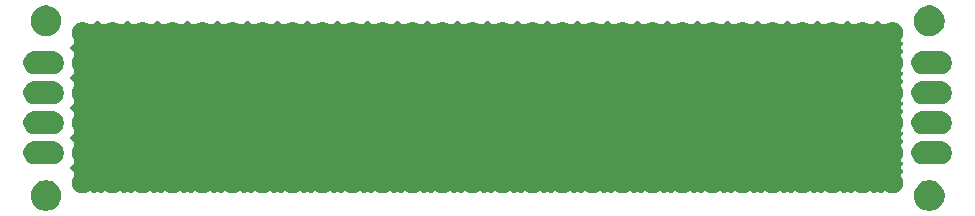
<source format=gbr>
G04 #@! TF.GenerationSoftware,KiCad,Pcbnew,9.0.1*
G04 #@! TF.CreationDate,2025-05-07T17:02:48-04:00*
G04 #@! TF.ProjectId,matrix-protoboard_6x28,6d617472-6978-42d7-9072-6f746f626f61,rev?*
G04 #@! TF.SameCoordinates,Original*
G04 #@! TF.FileFunction,Soldermask,Top*
G04 #@! TF.FilePolarity,Negative*
%FSLAX46Y46*%
G04 Gerber Fmt 4.6, Leading zero omitted, Abs format (unit mm)*
G04 Created by KiCad (PCBNEW 9.0.1) date 2025-05-07 17:02:48*
%MOMM*%
%LPD*%
G01*
G04 APERTURE LIST*
G04 APERTURE END LIST*
G36*
X120653479Y-116135919D02*
G01*
X120847488Y-116198957D01*
X121029248Y-116291568D01*
X121194282Y-116411472D01*
X121338528Y-116555718D01*
X121458432Y-116720752D01*
X121551043Y-116902512D01*
X121614081Y-117096521D01*
X121645993Y-117298003D01*
X121645993Y-117501997D01*
X121614081Y-117703479D01*
X121551043Y-117897488D01*
X121458432Y-118079248D01*
X121338528Y-118244282D01*
X121194282Y-118388528D01*
X121029248Y-118508432D01*
X120847488Y-118601043D01*
X120653479Y-118664081D01*
X120451997Y-118695993D01*
X120248003Y-118695993D01*
X120046521Y-118664081D01*
X119852512Y-118601043D01*
X119670752Y-118508432D01*
X119505718Y-118388528D01*
X119361472Y-118244282D01*
X119241568Y-118079248D01*
X119148957Y-117897488D01*
X119085919Y-117703479D01*
X119054007Y-117501997D01*
X119054007Y-117298003D01*
X119085919Y-117096521D01*
X119148957Y-116902512D01*
X119241568Y-116720752D01*
X119361472Y-116555718D01*
X119505718Y-116411472D01*
X119670752Y-116291568D01*
X119852512Y-116198957D01*
X120046521Y-116135919D01*
X120248003Y-116104007D01*
X120451997Y-116104007D01*
X120653479Y-116135919D01*
G37*
G36*
X195453479Y-116135919D02*
G01*
X195647488Y-116198957D01*
X195829248Y-116291568D01*
X195994282Y-116411472D01*
X196138528Y-116555718D01*
X196258432Y-116720752D01*
X196351043Y-116902512D01*
X196414081Y-117096521D01*
X196445993Y-117298003D01*
X196445993Y-117501997D01*
X196414081Y-117703479D01*
X196351043Y-117897488D01*
X196258432Y-118079248D01*
X196138528Y-118244282D01*
X195994282Y-118388528D01*
X195829248Y-118508432D01*
X195647488Y-118601043D01*
X195453479Y-118664081D01*
X195251997Y-118695993D01*
X195048003Y-118695993D01*
X194846521Y-118664081D01*
X194652512Y-118601043D01*
X194470752Y-118508432D01*
X194305718Y-118388528D01*
X194161472Y-118244282D01*
X194041568Y-118079248D01*
X193948957Y-117897488D01*
X193885919Y-117703479D01*
X193854007Y-117501997D01*
X193854007Y-117298003D01*
X193885919Y-117096521D01*
X193948957Y-116902512D01*
X194041568Y-116720752D01*
X194161472Y-116555718D01*
X194305718Y-116411472D01*
X194470752Y-116291568D01*
X194652512Y-116198957D01*
X194846521Y-116135919D01*
X195048003Y-116104007D01*
X195251997Y-116104007D01*
X195453479Y-116135919D01*
G37*
G36*
X124759082Y-102588846D02*
G01*
X124831176Y-102618714D01*
X124861492Y-102643598D01*
X125112621Y-102894800D01*
X125149369Y-102910028D01*
X125263599Y-102910048D01*
X125263613Y-102910049D01*
X125269956Y-102910051D01*
X125281333Y-102912315D01*
X125317081Y-102916887D01*
X125326487Y-102921304D01*
X125346472Y-102925282D01*
X125354766Y-102930825D01*
X125400285Y-102927404D01*
X125417305Y-102916031D01*
X125419046Y-102914291D01*
X125565743Y-102816271D01*
X125728744Y-102748754D01*
X125901785Y-102714334D01*
X126078215Y-102714334D01*
X126251256Y-102748754D01*
X126414257Y-102816271D01*
X126560954Y-102914291D01*
X126562695Y-102916032D01*
X126579713Y-102927403D01*
X126625230Y-102930825D01*
X126633527Y-102925281D01*
X126653508Y-102921303D01*
X126662913Y-102916888D01*
X126698642Y-102912320D01*
X126710045Y-102910051D01*
X126729275Y-102910047D01*
X126830629Y-102910029D01*
X126867378Y-102894800D01*
X127114827Y-102647281D01*
X127114827Y-102647280D01*
X127118507Y-102643600D01*
X127148824Y-102618714D01*
X127220917Y-102588846D01*
X127259951Y-102585000D01*
X127260050Y-102585000D01*
X127299082Y-102588846D01*
X127371176Y-102618714D01*
X127401492Y-102643598D01*
X127652621Y-102894800D01*
X127689369Y-102910028D01*
X127803599Y-102910048D01*
X127803613Y-102910049D01*
X127809956Y-102910051D01*
X127821333Y-102912315D01*
X127857081Y-102916887D01*
X127866487Y-102921304D01*
X127886472Y-102925282D01*
X127894766Y-102930825D01*
X127940285Y-102927404D01*
X127957305Y-102916031D01*
X127959046Y-102914291D01*
X128105743Y-102816271D01*
X128268744Y-102748754D01*
X128441785Y-102714334D01*
X128618215Y-102714334D01*
X128791256Y-102748754D01*
X128954257Y-102816271D01*
X129100954Y-102914291D01*
X129102695Y-102916032D01*
X129119713Y-102927403D01*
X129165230Y-102930825D01*
X129173527Y-102925281D01*
X129193508Y-102921303D01*
X129202913Y-102916888D01*
X129238642Y-102912320D01*
X129250045Y-102910051D01*
X129269275Y-102910047D01*
X129370629Y-102910029D01*
X129407378Y-102894800D01*
X129654827Y-102647281D01*
X129654827Y-102647280D01*
X129658507Y-102643600D01*
X129688824Y-102618714D01*
X129760917Y-102588846D01*
X129799951Y-102585000D01*
X129800050Y-102585000D01*
X129839082Y-102588846D01*
X129911176Y-102618714D01*
X129941492Y-102643598D01*
X130192621Y-102894800D01*
X130229369Y-102910028D01*
X130343599Y-102910048D01*
X130343613Y-102910049D01*
X130349956Y-102910051D01*
X130361333Y-102912315D01*
X130397081Y-102916887D01*
X130406487Y-102921304D01*
X130426472Y-102925282D01*
X130434766Y-102930825D01*
X130480285Y-102927404D01*
X130497305Y-102916031D01*
X130499046Y-102914291D01*
X130645743Y-102816271D01*
X130808744Y-102748754D01*
X130981785Y-102714334D01*
X131158215Y-102714334D01*
X131331256Y-102748754D01*
X131494257Y-102816271D01*
X131640954Y-102914291D01*
X131642695Y-102916032D01*
X131659713Y-102927403D01*
X131705230Y-102930825D01*
X131713527Y-102925281D01*
X131733508Y-102921303D01*
X131742913Y-102916888D01*
X131778642Y-102912320D01*
X131790045Y-102910051D01*
X131809275Y-102910047D01*
X131910629Y-102910029D01*
X131947378Y-102894800D01*
X132194827Y-102647281D01*
X132194827Y-102647280D01*
X132198507Y-102643600D01*
X132228824Y-102618714D01*
X132300917Y-102588846D01*
X132339951Y-102585000D01*
X132340050Y-102585000D01*
X132379082Y-102588846D01*
X132451176Y-102618714D01*
X132481492Y-102643598D01*
X132732621Y-102894800D01*
X132769369Y-102910028D01*
X132883599Y-102910048D01*
X132883613Y-102910049D01*
X132889956Y-102910051D01*
X132901333Y-102912315D01*
X132937081Y-102916887D01*
X132946487Y-102921304D01*
X132966472Y-102925282D01*
X132974766Y-102930825D01*
X133020285Y-102927404D01*
X133037305Y-102916031D01*
X133039046Y-102914291D01*
X133185743Y-102816271D01*
X133348744Y-102748754D01*
X133521785Y-102714334D01*
X133698215Y-102714334D01*
X133871256Y-102748754D01*
X134034257Y-102816271D01*
X134180954Y-102914291D01*
X134182695Y-102916032D01*
X134199713Y-102927403D01*
X134245230Y-102930825D01*
X134253527Y-102925281D01*
X134273508Y-102921303D01*
X134282913Y-102916888D01*
X134318642Y-102912320D01*
X134330045Y-102910051D01*
X134349275Y-102910047D01*
X134450629Y-102910029D01*
X134487378Y-102894800D01*
X134734827Y-102647281D01*
X134734827Y-102647280D01*
X134738507Y-102643600D01*
X134768824Y-102618714D01*
X134840917Y-102588846D01*
X134879951Y-102585000D01*
X134880050Y-102585000D01*
X134919082Y-102588846D01*
X134991176Y-102618714D01*
X135021492Y-102643598D01*
X135272621Y-102894800D01*
X135309369Y-102910028D01*
X135423599Y-102910048D01*
X135423613Y-102910049D01*
X135429956Y-102910051D01*
X135441333Y-102912315D01*
X135477081Y-102916887D01*
X135486487Y-102921304D01*
X135506472Y-102925282D01*
X135514766Y-102930825D01*
X135560285Y-102927404D01*
X135577305Y-102916031D01*
X135579046Y-102914291D01*
X135725743Y-102816271D01*
X135888744Y-102748754D01*
X136061785Y-102714334D01*
X136238215Y-102714334D01*
X136411256Y-102748754D01*
X136574257Y-102816271D01*
X136720954Y-102914291D01*
X136722695Y-102916032D01*
X136739713Y-102927403D01*
X136785230Y-102930825D01*
X136793527Y-102925281D01*
X136813508Y-102921303D01*
X136822913Y-102916888D01*
X136858642Y-102912320D01*
X136870045Y-102910051D01*
X136889275Y-102910047D01*
X136990629Y-102910029D01*
X137027378Y-102894800D01*
X137274827Y-102647281D01*
X137274827Y-102647280D01*
X137278507Y-102643600D01*
X137308824Y-102618714D01*
X137380917Y-102588846D01*
X137419951Y-102585000D01*
X137420050Y-102585000D01*
X137459082Y-102588846D01*
X137531176Y-102618714D01*
X137561492Y-102643598D01*
X137812621Y-102894800D01*
X137849369Y-102910028D01*
X137963599Y-102910048D01*
X137963613Y-102910049D01*
X137969956Y-102910051D01*
X137981333Y-102912315D01*
X138017081Y-102916887D01*
X138026487Y-102921304D01*
X138046472Y-102925282D01*
X138054766Y-102930825D01*
X138100285Y-102927404D01*
X138117305Y-102916031D01*
X138119046Y-102914291D01*
X138265743Y-102816271D01*
X138428744Y-102748754D01*
X138601785Y-102714334D01*
X138778215Y-102714334D01*
X138951256Y-102748754D01*
X139114257Y-102816271D01*
X139260954Y-102914291D01*
X139262695Y-102916032D01*
X139279713Y-102927403D01*
X139325230Y-102930825D01*
X139333527Y-102925281D01*
X139353508Y-102921303D01*
X139362913Y-102916888D01*
X139398642Y-102912320D01*
X139410045Y-102910051D01*
X139429275Y-102910047D01*
X139530629Y-102910029D01*
X139567378Y-102894800D01*
X139814827Y-102647281D01*
X139814827Y-102647280D01*
X139818507Y-102643600D01*
X139848824Y-102618714D01*
X139920917Y-102588846D01*
X139959951Y-102585000D01*
X139960050Y-102585000D01*
X139999082Y-102588846D01*
X140071176Y-102618714D01*
X140101492Y-102643598D01*
X140352621Y-102894800D01*
X140389369Y-102910028D01*
X140503599Y-102910048D01*
X140503613Y-102910049D01*
X140509956Y-102910051D01*
X140521333Y-102912315D01*
X140557081Y-102916887D01*
X140566487Y-102921304D01*
X140586472Y-102925282D01*
X140594766Y-102930825D01*
X140640285Y-102927404D01*
X140657305Y-102916031D01*
X140659046Y-102914291D01*
X140805743Y-102816271D01*
X140968744Y-102748754D01*
X141141785Y-102714334D01*
X141318215Y-102714334D01*
X141491256Y-102748754D01*
X141654257Y-102816271D01*
X141800954Y-102914291D01*
X141802695Y-102916032D01*
X141819713Y-102927403D01*
X141865230Y-102930825D01*
X141873527Y-102925281D01*
X141893508Y-102921303D01*
X141902913Y-102916888D01*
X141938642Y-102912320D01*
X141950045Y-102910051D01*
X141969275Y-102910047D01*
X142070629Y-102910029D01*
X142107378Y-102894800D01*
X142354827Y-102647281D01*
X142354827Y-102647280D01*
X142358507Y-102643600D01*
X142388824Y-102618714D01*
X142460917Y-102588846D01*
X142499951Y-102585000D01*
X142500050Y-102585000D01*
X142539082Y-102588846D01*
X142611176Y-102618714D01*
X142641492Y-102643598D01*
X142892621Y-102894800D01*
X142929369Y-102910028D01*
X143043599Y-102910048D01*
X143043613Y-102910049D01*
X143049956Y-102910051D01*
X143061333Y-102912315D01*
X143097081Y-102916887D01*
X143106487Y-102921304D01*
X143126472Y-102925282D01*
X143134766Y-102930825D01*
X143180285Y-102927404D01*
X143197305Y-102916031D01*
X143199046Y-102914291D01*
X143345743Y-102816271D01*
X143508744Y-102748754D01*
X143681785Y-102714334D01*
X143858215Y-102714334D01*
X144031256Y-102748754D01*
X144194257Y-102816271D01*
X144340954Y-102914291D01*
X144342695Y-102916032D01*
X144359713Y-102927403D01*
X144405230Y-102930825D01*
X144413527Y-102925281D01*
X144433508Y-102921303D01*
X144442913Y-102916888D01*
X144478642Y-102912320D01*
X144490045Y-102910051D01*
X144509275Y-102910047D01*
X144610629Y-102910029D01*
X144647378Y-102894800D01*
X144894827Y-102647281D01*
X144894827Y-102647280D01*
X144898507Y-102643600D01*
X144928824Y-102618714D01*
X145000917Y-102588846D01*
X145039951Y-102585000D01*
X145040050Y-102585000D01*
X145079082Y-102588846D01*
X145151176Y-102618714D01*
X145181492Y-102643598D01*
X145432621Y-102894800D01*
X145469369Y-102910028D01*
X145583599Y-102910048D01*
X145583613Y-102910049D01*
X145589956Y-102910051D01*
X145601333Y-102912315D01*
X145637081Y-102916887D01*
X145646487Y-102921304D01*
X145666472Y-102925282D01*
X145674766Y-102930825D01*
X145720285Y-102927404D01*
X145737305Y-102916031D01*
X145739046Y-102914291D01*
X145885743Y-102816271D01*
X146048744Y-102748754D01*
X146221785Y-102714334D01*
X146398215Y-102714334D01*
X146571256Y-102748754D01*
X146734257Y-102816271D01*
X146880954Y-102914291D01*
X146882695Y-102916032D01*
X146899713Y-102927403D01*
X146945230Y-102930825D01*
X146953527Y-102925281D01*
X146973508Y-102921303D01*
X146982913Y-102916888D01*
X147018642Y-102912320D01*
X147030045Y-102910051D01*
X147049275Y-102910047D01*
X147150629Y-102910029D01*
X147187378Y-102894800D01*
X147434827Y-102647281D01*
X147434827Y-102647280D01*
X147438507Y-102643600D01*
X147468824Y-102618714D01*
X147540917Y-102588846D01*
X147579951Y-102585000D01*
X147580050Y-102585000D01*
X147619082Y-102588846D01*
X147691176Y-102618714D01*
X147721492Y-102643598D01*
X147972621Y-102894800D01*
X148009369Y-102910028D01*
X148123599Y-102910048D01*
X148123613Y-102910049D01*
X148129956Y-102910051D01*
X148141333Y-102912315D01*
X148177081Y-102916887D01*
X148186487Y-102921304D01*
X148206472Y-102925282D01*
X148214766Y-102930825D01*
X148260285Y-102927404D01*
X148277305Y-102916031D01*
X148279046Y-102914291D01*
X148425743Y-102816271D01*
X148588744Y-102748754D01*
X148761785Y-102714334D01*
X148938215Y-102714334D01*
X149111256Y-102748754D01*
X149274257Y-102816271D01*
X149420954Y-102914291D01*
X149422695Y-102916032D01*
X149439713Y-102927403D01*
X149485230Y-102930825D01*
X149493527Y-102925281D01*
X149513508Y-102921303D01*
X149522913Y-102916888D01*
X149558642Y-102912320D01*
X149570045Y-102910051D01*
X149589275Y-102910047D01*
X149690629Y-102910029D01*
X149727378Y-102894800D01*
X149974827Y-102647281D01*
X149974827Y-102647280D01*
X149978507Y-102643600D01*
X150008824Y-102618714D01*
X150080917Y-102588846D01*
X150119951Y-102585000D01*
X150120050Y-102585000D01*
X150159082Y-102588846D01*
X150231176Y-102618714D01*
X150261492Y-102643598D01*
X150512621Y-102894800D01*
X150549369Y-102910028D01*
X150663599Y-102910048D01*
X150663613Y-102910049D01*
X150669956Y-102910051D01*
X150681333Y-102912315D01*
X150717081Y-102916887D01*
X150726487Y-102921304D01*
X150746472Y-102925282D01*
X150754766Y-102930825D01*
X150800285Y-102927404D01*
X150817305Y-102916031D01*
X150819046Y-102914291D01*
X150965743Y-102816271D01*
X151128744Y-102748754D01*
X151301785Y-102714334D01*
X151478215Y-102714334D01*
X151651256Y-102748754D01*
X151814257Y-102816271D01*
X151960954Y-102914291D01*
X151962695Y-102916032D01*
X151979713Y-102927403D01*
X152025230Y-102930825D01*
X152033527Y-102925281D01*
X152053508Y-102921303D01*
X152062913Y-102916888D01*
X152098642Y-102912320D01*
X152110045Y-102910051D01*
X152129275Y-102910047D01*
X152230629Y-102910029D01*
X152267378Y-102894800D01*
X152514827Y-102647281D01*
X152514827Y-102647280D01*
X152518507Y-102643600D01*
X152548824Y-102618714D01*
X152620917Y-102588846D01*
X152659951Y-102585000D01*
X152660050Y-102585000D01*
X152699082Y-102588846D01*
X152771176Y-102618714D01*
X152801492Y-102643598D01*
X153052621Y-102894800D01*
X153089369Y-102910028D01*
X153203599Y-102910048D01*
X153203613Y-102910049D01*
X153209956Y-102910051D01*
X153221333Y-102912315D01*
X153257081Y-102916887D01*
X153266487Y-102921304D01*
X153286472Y-102925282D01*
X153294766Y-102930825D01*
X153340285Y-102927404D01*
X153357305Y-102916031D01*
X153359046Y-102914291D01*
X153505743Y-102816271D01*
X153668744Y-102748754D01*
X153841785Y-102714334D01*
X154018215Y-102714334D01*
X154191256Y-102748754D01*
X154354257Y-102816271D01*
X154500954Y-102914291D01*
X154502695Y-102916032D01*
X154519713Y-102927403D01*
X154565230Y-102930825D01*
X154573527Y-102925281D01*
X154593508Y-102921303D01*
X154602913Y-102916888D01*
X154638642Y-102912320D01*
X154650045Y-102910051D01*
X154669275Y-102910047D01*
X154770629Y-102910029D01*
X154807378Y-102894800D01*
X155054827Y-102647281D01*
X155054827Y-102647280D01*
X155058507Y-102643600D01*
X155088824Y-102618714D01*
X155160917Y-102588846D01*
X155199951Y-102585000D01*
X155200050Y-102585000D01*
X155239082Y-102588846D01*
X155311176Y-102618714D01*
X155341492Y-102643598D01*
X155592621Y-102894800D01*
X155629369Y-102910028D01*
X155743599Y-102910048D01*
X155743613Y-102910049D01*
X155749956Y-102910051D01*
X155761333Y-102912315D01*
X155797081Y-102916887D01*
X155806487Y-102921304D01*
X155826472Y-102925282D01*
X155834766Y-102930825D01*
X155880285Y-102927404D01*
X155897305Y-102916031D01*
X155899046Y-102914291D01*
X156045743Y-102816271D01*
X156208744Y-102748754D01*
X156381785Y-102714334D01*
X156558215Y-102714334D01*
X156731256Y-102748754D01*
X156894257Y-102816271D01*
X157040954Y-102914291D01*
X157042695Y-102916032D01*
X157059713Y-102927403D01*
X157105230Y-102930825D01*
X157113527Y-102925281D01*
X157133508Y-102921303D01*
X157142913Y-102916888D01*
X157178642Y-102912320D01*
X157190045Y-102910051D01*
X157209275Y-102910047D01*
X157310629Y-102910029D01*
X157347378Y-102894800D01*
X157594827Y-102647281D01*
X157594827Y-102647280D01*
X157598507Y-102643600D01*
X157628824Y-102618714D01*
X157700917Y-102588846D01*
X157739951Y-102585000D01*
X157740050Y-102585000D01*
X157779082Y-102588846D01*
X157851176Y-102618714D01*
X157881492Y-102643598D01*
X158132621Y-102894800D01*
X158169369Y-102910028D01*
X158283599Y-102910048D01*
X158283613Y-102910049D01*
X158289956Y-102910051D01*
X158301333Y-102912315D01*
X158337081Y-102916887D01*
X158346487Y-102921304D01*
X158366472Y-102925282D01*
X158374766Y-102930825D01*
X158420285Y-102927404D01*
X158437305Y-102916031D01*
X158439046Y-102914291D01*
X158585743Y-102816271D01*
X158748744Y-102748754D01*
X158921785Y-102714334D01*
X159098215Y-102714334D01*
X159271256Y-102748754D01*
X159434257Y-102816271D01*
X159580954Y-102914291D01*
X159582695Y-102916032D01*
X159599713Y-102927403D01*
X159645230Y-102930825D01*
X159653527Y-102925281D01*
X159673508Y-102921303D01*
X159682913Y-102916888D01*
X159718642Y-102912320D01*
X159730045Y-102910051D01*
X159749275Y-102910047D01*
X159850629Y-102910029D01*
X159887378Y-102894800D01*
X160134827Y-102647281D01*
X160134827Y-102647280D01*
X160138507Y-102643600D01*
X160168824Y-102618714D01*
X160240917Y-102588846D01*
X160279951Y-102585000D01*
X160280050Y-102585000D01*
X160319082Y-102588846D01*
X160391176Y-102618714D01*
X160421492Y-102643598D01*
X160672621Y-102894800D01*
X160709369Y-102910028D01*
X160823599Y-102910048D01*
X160823613Y-102910049D01*
X160829956Y-102910051D01*
X160841333Y-102912315D01*
X160877081Y-102916887D01*
X160886487Y-102921304D01*
X160906472Y-102925282D01*
X160914766Y-102930825D01*
X160960285Y-102927404D01*
X160977305Y-102916031D01*
X160979046Y-102914291D01*
X161125743Y-102816271D01*
X161288744Y-102748754D01*
X161461785Y-102714334D01*
X161638215Y-102714334D01*
X161811256Y-102748754D01*
X161974257Y-102816271D01*
X162120954Y-102914291D01*
X162122695Y-102916032D01*
X162139713Y-102927403D01*
X162185230Y-102930825D01*
X162193527Y-102925281D01*
X162213508Y-102921303D01*
X162222913Y-102916888D01*
X162258642Y-102912320D01*
X162270045Y-102910051D01*
X162289275Y-102910047D01*
X162390629Y-102910029D01*
X162427378Y-102894800D01*
X162674827Y-102647281D01*
X162674827Y-102647280D01*
X162678507Y-102643600D01*
X162708824Y-102618714D01*
X162780917Y-102588846D01*
X162819951Y-102585000D01*
X162820050Y-102585000D01*
X162859082Y-102588846D01*
X162931176Y-102618714D01*
X162961492Y-102643598D01*
X163212621Y-102894800D01*
X163249369Y-102910028D01*
X163363599Y-102910048D01*
X163363613Y-102910049D01*
X163369956Y-102910051D01*
X163381333Y-102912315D01*
X163417081Y-102916887D01*
X163426487Y-102921304D01*
X163446472Y-102925282D01*
X163454766Y-102930825D01*
X163500285Y-102927404D01*
X163517305Y-102916031D01*
X163519046Y-102914291D01*
X163665743Y-102816271D01*
X163828744Y-102748754D01*
X164001785Y-102714334D01*
X164178215Y-102714334D01*
X164351256Y-102748754D01*
X164514257Y-102816271D01*
X164660954Y-102914291D01*
X164662695Y-102916032D01*
X164679713Y-102927403D01*
X164725230Y-102930825D01*
X164733527Y-102925281D01*
X164753508Y-102921303D01*
X164762913Y-102916888D01*
X164798642Y-102912320D01*
X164810045Y-102910051D01*
X164829275Y-102910047D01*
X164930629Y-102910029D01*
X164967378Y-102894800D01*
X165214827Y-102647281D01*
X165214827Y-102647280D01*
X165218507Y-102643600D01*
X165248824Y-102618714D01*
X165320917Y-102588846D01*
X165359951Y-102585000D01*
X165360050Y-102585000D01*
X165399082Y-102588846D01*
X165471176Y-102618714D01*
X165501492Y-102643598D01*
X165752621Y-102894800D01*
X165789369Y-102910028D01*
X165903599Y-102910048D01*
X165903613Y-102910049D01*
X165909956Y-102910051D01*
X165921333Y-102912315D01*
X165957081Y-102916887D01*
X165966487Y-102921304D01*
X165986472Y-102925282D01*
X165994766Y-102930825D01*
X166040285Y-102927404D01*
X166057305Y-102916031D01*
X166059046Y-102914291D01*
X166205743Y-102816271D01*
X166368744Y-102748754D01*
X166541785Y-102714334D01*
X166718215Y-102714334D01*
X166891256Y-102748754D01*
X167054257Y-102816271D01*
X167200954Y-102914291D01*
X167202695Y-102916032D01*
X167219713Y-102927403D01*
X167265230Y-102930825D01*
X167273527Y-102925281D01*
X167293508Y-102921303D01*
X167302913Y-102916888D01*
X167338642Y-102912320D01*
X167350045Y-102910051D01*
X167369275Y-102910047D01*
X167470629Y-102910029D01*
X167507378Y-102894800D01*
X167754827Y-102647281D01*
X167754827Y-102647280D01*
X167758507Y-102643600D01*
X167788824Y-102618714D01*
X167860917Y-102588846D01*
X167899951Y-102585000D01*
X167900050Y-102585000D01*
X167939082Y-102588846D01*
X168011176Y-102618714D01*
X168041492Y-102643598D01*
X168292621Y-102894800D01*
X168329369Y-102910028D01*
X168443599Y-102910048D01*
X168443613Y-102910049D01*
X168449956Y-102910051D01*
X168461333Y-102912315D01*
X168497081Y-102916887D01*
X168506487Y-102921304D01*
X168526472Y-102925282D01*
X168534766Y-102930825D01*
X168580285Y-102927404D01*
X168597305Y-102916031D01*
X168599046Y-102914291D01*
X168745743Y-102816271D01*
X168908744Y-102748754D01*
X169081785Y-102714334D01*
X169258215Y-102714334D01*
X169431256Y-102748754D01*
X169594257Y-102816271D01*
X169740954Y-102914291D01*
X169742695Y-102916032D01*
X169759713Y-102927403D01*
X169805230Y-102930825D01*
X169813527Y-102925281D01*
X169833508Y-102921303D01*
X169842913Y-102916888D01*
X169878642Y-102912320D01*
X169890045Y-102910051D01*
X169909275Y-102910047D01*
X170010629Y-102910029D01*
X170047378Y-102894800D01*
X170294827Y-102647281D01*
X170294827Y-102647280D01*
X170298507Y-102643600D01*
X170328824Y-102618714D01*
X170400917Y-102588846D01*
X170439951Y-102585000D01*
X170440050Y-102585000D01*
X170479082Y-102588846D01*
X170551176Y-102618714D01*
X170581492Y-102643598D01*
X170832621Y-102894800D01*
X170869369Y-102910028D01*
X170983599Y-102910048D01*
X170983613Y-102910049D01*
X170989956Y-102910051D01*
X171001333Y-102912315D01*
X171037081Y-102916887D01*
X171046487Y-102921304D01*
X171066472Y-102925282D01*
X171074766Y-102930825D01*
X171120285Y-102927404D01*
X171137305Y-102916031D01*
X171139046Y-102914291D01*
X171285743Y-102816271D01*
X171448744Y-102748754D01*
X171621785Y-102714334D01*
X171798215Y-102714334D01*
X171971256Y-102748754D01*
X172134257Y-102816271D01*
X172280954Y-102914291D01*
X172282695Y-102916032D01*
X172299713Y-102927403D01*
X172345230Y-102930825D01*
X172353527Y-102925281D01*
X172373508Y-102921303D01*
X172382913Y-102916888D01*
X172418642Y-102912320D01*
X172430045Y-102910051D01*
X172449275Y-102910047D01*
X172550629Y-102910029D01*
X172587378Y-102894800D01*
X172834827Y-102647281D01*
X172834827Y-102647280D01*
X172838507Y-102643600D01*
X172868824Y-102618714D01*
X172940917Y-102588846D01*
X172979951Y-102585000D01*
X172980050Y-102585000D01*
X173019082Y-102588846D01*
X173091176Y-102618714D01*
X173121492Y-102643598D01*
X173372621Y-102894800D01*
X173409369Y-102910028D01*
X173523599Y-102910048D01*
X173523613Y-102910049D01*
X173529956Y-102910051D01*
X173541333Y-102912315D01*
X173577081Y-102916887D01*
X173586487Y-102921304D01*
X173606472Y-102925282D01*
X173614766Y-102930825D01*
X173660285Y-102927404D01*
X173677305Y-102916031D01*
X173679046Y-102914291D01*
X173825743Y-102816271D01*
X173988744Y-102748754D01*
X174161785Y-102714334D01*
X174338215Y-102714334D01*
X174511256Y-102748754D01*
X174674257Y-102816271D01*
X174820954Y-102914291D01*
X174822695Y-102916032D01*
X174839713Y-102927403D01*
X174885230Y-102930825D01*
X174893527Y-102925281D01*
X174913508Y-102921303D01*
X174922913Y-102916888D01*
X174958642Y-102912320D01*
X174970045Y-102910051D01*
X174989275Y-102910047D01*
X175090629Y-102910029D01*
X175127378Y-102894800D01*
X175374827Y-102647281D01*
X175374827Y-102647280D01*
X175378507Y-102643600D01*
X175408824Y-102618714D01*
X175480917Y-102588846D01*
X175519951Y-102585000D01*
X175520050Y-102585000D01*
X175559082Y-102588846D01*
X175631176Y-102618714D01*
X175661492Y-102643598D01*
X175912621Y-102894800D01*
X175949369Y-102910028D01*
X176063599Y-102910048D01*
X176063613Y-102910049D01*
X176069956Y-102910051D01*
X176081333Y-102912315D01*
X176117081Y-102916887D01*
X176126487Y-102921304D01*
X176146472Y-102925282D01*
X176154766Y-102930825D01*
X176200285Y-102927404D01*
X176217305Y-102916031D01*
X176219046Y-102914291D01*
X176365743Y-102816271D01*
X176528744Y-102748754D01*
X176701785Y-102714334D01*
X176878215Y-102714334D01*
X177051256Y-102748754D01*
X177214257Y-102816271D01*
X177360954Y-102914291D01*
X177362695Y-102916032D01*
X177379713Y-102927403D01*
X177425230Y-102930825D01*
X177433527Y-102925281D01*
X177453508Y-102921303D01*
X177462913Y-102916888D01*
X177498642Y-102912320D01*
X177510045Y-102910051D01*
X177529275Y-102910047D01*
X177630629Y-102910029D01*
X177667378Y-102894800D01*
X177914827Y-102647281D01*
X177914827Y-102647280D01*
X177918507Y-102643600D01*
X177948824Y-102618714D01*
X178020917Y-102588846D01*
X178059951Y-102585000D01*
X178060050Y-102585000D01*
X178099082Y-102588846D01*
X178171176Y-102618714D01*
X178201492Y-102643598D01*
X178452621Y-102894800D01*
X178489369Y-102910028D01*
X178603599Y-102910048D01*
X178603613Y-102910049D01*
X178609956Y-102910051D01*
X178621333Y-102912315D01*
X178657081Y-102916887D01*
X178666487Y-102921304D01*
X178686472Y-102925282D01*
X178694766Y-102930825D01*
X178740285Y-102927404D01*
X178757305Y-102916031D01*
X178759046Y-102914291D01*
X178905743Y-102816271D01*
X179068744Y-102748754D01*
X179241785Y-102714334D01*
X179418215Y-102714334D01*
X179591256Y-102748754D01*
X179754257Y-102816271D01*
X179900954Y-102914291D01*
X179902695Y-102916032D01*
X179919713Y-102927403D01*
X179965230Y-102930825D01*
X179973527Y-102925281D01*
X179993508Y-102921303D01*
X180002913Y-102916888D01*
X180038642Y-102912320D01*
X180050045Y-102910051D01*
X180069275Y-102910047D01*
X180170629Y-102910029D01*
X180207378Y-102894800D01*
X180454827Y-102647281D01*
X180454827Y-102647280D01*
X180458507Y-102643600D01*
X180488824Y-102618714D01*
X180560917Y-102588846D01*
X180599951Y-102585000D01*
X180600050Y-102585000D01*
X180639082Y-102588846D01*
X180711176Y-102618714D01*
X180741492Y-102643598D01*
X180992621Y-102894800D01*
X181029369Y-102910028D01*
X181143599Y-102910048D01*
X181143613Y-102910049D01*
X181149956Y-102910051D01*
X181161333Y-102912315D01*
X181197081Y-102916887D01*
X181206487Y-102921304D01*
X181226472Y-102925282D01*
X181234766Y-102930825D01*
X181280285Y-102927404D01*
X181297305Y-102916031D01*
X181299046Y-102914291D01*
X181445743Y-102816271D01*
X181608744Y-102748754D01*
X181781785Y-102714334D01*
X181958215Y-102714334D01*
X182131256Y-102748754D01*
X182294257Y-102816271D01*
X182440954Y-102914291D01*
X182442695Y-102916032D01*
X182459713Y-102927403D01*
X182505230Y-102930825D01*
X182513527Y-102925281D01*
X182533508Y-102921303D01*
X182542913Y-102916888D01*
X182578642Y-102912320D01*
X182590045Y-102910051D01*
X182609275Y-102910047D01*
X182710629Y-102910029D01*
X182747378Y-102894800D01*
X182994827Y-102647281D01*
X182994827Y-102647280D01*
X182998507Y-102643600D01*
X183028824Y-102618714D01*
X183100917Y-102588846D01*
X183139951Y-102585000D01*
X183140050Y-102585000D01*
X183179082Y-102588846D01*
X183251176Y-102618714D01*
X183281492Y-102643598D01*
X183532621Y-102894800D01*
X183569369Y-102910028D01*
X183683599Y-102910048D01*
X183683613Y-102910049D01*
X183689956Y-102910051D01*
X183701333Y-102912315D01*
X183737081Y-102916887D01*
X183746487Y-102921304D01*
X183766472Y-102925282D01*
X183774766Y-102930825D01*
X183820285Y-102927404D01*
X183837305Y-102916031D01*
X183839046Y-102914291D01*
X183985743Y-102816271D01*
X184148744Y-102748754D01*
X184321785Y-102714334D01*
X184498215Y-102714334D01*
X184671256Y-102748754D01*
X184834257Y-102816271D01*
X184980954Y-102914291D01*
X184982695Y-102916032D01*
X184999713Y-102927403D01*
X185045230Y-102930825D01*
X185053527Y-102925281D01*
X185073508Y-102921303D01*
X185082913Y-102916888D01*
X185118642Y-102912320D01*
X185130045Y-102910051D01*
X185149275Y-102910047D01*
X185250629Y-102910029D01*
X185287378Y-102894800D01*
X185534827Y-102647281D01*
X185534827Y-102647280D01*
X185538507Y-102643600D01*
X185568824Y-102618714D01*
X185640917Y-102588846D01*
X185679951Y-102585000D01*
X185680050Y-102585000D01*
X185719082Y-102588846D01*
X185791176Y-102618714D01*
X185821492Y-102643598D01*
X186072621Y-102894800D01*
X186109369Y-102910028D01*
X186223599Y-102910048D01*
X186223613Y-102910049D01*
X186229956Y-102910051D01*
X186241333Y-102912315D01*
X186277081Y-102916887D01*
X186286487Y-102921304D01*
X186306472Y-102925282D01*
X186314766Y-102930825D01*
X186360285Y-102927404D01*
X186377305Y-102916031D01*
X186379046Y-102914291D01*
X186525743Y-102816271D01*
X186688744Y-102748754D01*
X186861785Y-102714334D01*
X187038215Y-102714334D01*
X187211256Y-102748754D01*
X187374257Y-102816271D01*
X187520954Y-102914291D01*
X187522695Y-102916032D01*
X187539713Y-102927403D01*
X187585230Y-102930825D01*
X187593527Y-102925281D01*
X187613508Y-102921303D01*
X187622913Y-102916888D01*
X187658642Y-102912320D01*
X187670045Y-102910051D01*
X187689275Y-102910047D01*
X187790629Y-102910029D01*
X187827378Y-102894800D01*
X188074827Y-102647281D01*
X188074827Y-102647280D01*
X188078507Y-102643600D01*
X188108824Y-102618714D01*
X188180917Y-102588846D01*
X188219951Y-102585000D01*
X188220050Y-102585000D01*
X188259082Y-102588846D01*
X188331176Y-102618714D01*
X188361492Y-102643598D01*
X188612621Y-102894800D01*
X188649369Y-102910028D01*
X188763599Y-102910048D01*
X188763613Y-102910049D01*
X188769956Y-102910051D01*
X188781333Y-102912315D01*
X188817081Y-102916887D01*
X188826487Y-102921304D01*
X188846472Y-102925282D01*
X188854766Y-102930825D01*
X188900285Y-102927404D01*
X188917305Y-102916031D01*
X188919046Y-102914291D01*
X189065743Y-102816271D01*
X189228744Y-102748754D01*
X189401785Y-102714334D01*
X189578215Y-102714334D01*
X189751256Y-102748754D01*
X189914257Y-102816271D01*
X190060954Y-102914291D01*
X190062695Y-102916032D01*
X190079713Y-102927403D01*
X190125230Y-102930825D01*
X190133527Y-102925281D01*
X190153508Y-102921303D01*
X190162913Y-102916888D01*
X190198642Y-102912320D01*
X190210045Y-102910051D01*
X190229275Y-102910047D01*
X190330629Y-102910029D01*
X190367378Y-102894800D01*
X190614827Y-102647281D01*
X190614827Y-102647280D01*
X190618507Y-102643600D01*
X190648824Y-102618714D01*
X190720917Y-102588846D01*
X190759951Y-102585000D01*
X190760050Y-102585000D01*
X190799082Y-102588846D01*
X190871176Y-102618714D01*
X190901492Y-102643598D01*
X191152621Y-102894800D01*
X191189369Y-102910028D01*
X191303599Y-102910048D01*
X191303613Y-102910049D01*
X191309956Y-102910051D01*
X191321333Y-102912315D01*
X191357081Y-102916887D01*
X191366487Y-102921304D01*
X191386472Y-102925282D01*
X191394766Y-102930825D01*
X191440285Y-102927404D01*
X191457305Y-102916031D01*
X191459046Y-102914291D01*
X191605743Y-102816271D01*
X191768744Y-102748754D01*
X191941785Y-102714334D01*
X192118215Y-102714334D01*
X192291256Y-102748754D01*
X192454257Y-102816271D01*
X192600954Y-102914291D01*
X192725709Y-103039046D01*
X192823729Y-103185743D01*
X192891246Y-103348744D01*
X192925666Y-103521785D01*
X192925666Y-103698215D01*
X192891246Y-103871256D01*
X192823729Y-104034257D01*
X192725709Y-104180954D01*
X192723964Y-104182698D01*
X192712595Y-104199714D01*
X192709173Y-104245229D01*
X192714719Y-104253527D01*
X192718697Y-104273518D01*
X192723109Y-104282912D01*
X192724823Y-104296329D01*
X192755035Y-104337815D01*
X192789039Y-104353781D01*
X192809034Y-104357762D01*
X192836242Y-104375946D01*
X192848291Y-104381604D01*
X192854607Y-104388220D01*
X192873914Y-104401124D01*
X192890204Y-104425510D01*
X192898602Y-104434307D01*
X192902713Y-104444235D01*
X192917261Y-104466013D01*
X192922367Y-104491698D01*
X192926479Y-104501627D01*
X192926758Y-104513784D01*
X192932478Y-104542551D01*
X192927944Y-104565329D01*
X192928155Y-104574473D01*
X192923633Y-104586990D01*
X192917246Y-104619087D01*
X192905917Y-104636039D01*
X192902393Y-104645798D01*
X192880379Y-104674256D01*
X192873900Y-104683953D01*
X192714272Y-104843580D01*
X192714272Y-104926420D01*
X192873899Y-105086048D01*
X192880360Y-105095716D01*
X192902393Y-105124199D01*
X192905920Y-105133964D01*
X192917246Y-105150913D01*
X192923633Y-105183010D01*
X192928155Y-105195528D01*
X192927944Y-105204670D01*
X192932478Y-105227449D01*
X192926759Y-105256210D01*
X192926480Y-105268373D01*
X192922366Y-105278305D01*
X192917261Y-105303987D01*
X192902715Y-105325761D01*
X192898603Y-105335692D01*
X192890204Y-105344489D01*
X192873914Y-105368876D01*
X192854604Y-105381781D01*
X192848290Y-105388396D01*
X192836244Y-105394052D01*
X192809034Y-105412238D01*
X192789037Y-105416218D01*
X192757965Y-105430809D01*
X192733223Y-105455549D01*
X192718696Y-105486484D01*
X192714718Y-105506472D01*
X192709174Y-105514766D01*
X192712595Y-105560285D01*
X192723966Y-105577303D01*
X192725709Y-105579046D01*
X192823729Y-105725743D01*
X192891246Y-105888744D01*
X192925666Y-106061785D01*
X192925666Y-106238215D01*
X192891246Y-106411256D01*
X192823729Y-106574257D01*
X192725709Y-106720954D01*
X192723964Y-106722698D01*
X192712595Y-106739714D01*
X192709173Y-106785229D01*
X192714719Y-106793527D01*
X192718697Y-106813518D01*
X192723109Y-106822912D01*
X192724823Y-106836329D01*
X192755035Y-106877815D01*
X192789039Y-106893781D01*
X192809034Y-106897762D01*
X192836242Y-106915946D01*
X192848291Y-106921604D01*
X192854607Y-106928220D01*
X192873914Y-106941124D01*
X192890204Y-106965510D01*
X192898602Y-106974307D01*
X192902713Y-106984235D01*
X192917261Y-107006013D01*
X192922367Y-107031698D01*
X192926479Y-107041627D01*
X192926758Y-107053784D01*
X192932478Y-107082551D01*
X192927944Y-107105329D01*
X192928155Y-107114473D01*
X192923633Y-107126990D01*
X192917246Y-107159087D01*
X192905917Y-107176039D01*
X192902393Y-107185798D01*
X192880379Y-107214256D01*
X192873900Y-107223953D01*
X192714272Y-107383580D01*
X192714272Y-107466420D01*
X192873899Y-107626048D01*
X192880360Y-107635716D01*
X192902393Y-107664199D01*
X192905920Y-107673964D01*
X192917246Y-107690913D01*
X192923633Y-107723010D01*
X192928155Y-107735528D01*
X192927944Y-107744670D01*
X192932478Y-107767449D01*
X192926759Y-107796210D01*
X192926480Y-107808373D01*
X192922366Y-107818305D01*
X192917261Y-107843987D01*
X192902715Y-107865761D01*
X192898603Y-107875692D01*
X192890204Y-107884489D01*
X192873914Y-107908876D01*
X192854604Y-107921781D01*
X192848290Y-107928396D01*
X192836244Y-107934052D01*
X192809034Y-107952238D01*
X192789037Y-107956218D01*
X192757965Y-107970809D01*
X192733223Y-107995549D01*
X192718696Y-108026484D01*
X192714718Y-108046472D01*
X192709174Y-108054766D01*
X192712595Y-108100285D01*
X192723966Y-108117303D01*
X192725709Y-108119046D01*
X192823729Y-108265743D01*
X192891246Y-108428744D01*
X192925666Y-108601785D01*
X192925666Y-108778215D01*
X192891246Y-108951256D01*
X192823729Y-109114257D01*
X192725709Y-109260954D01*
X192723964Y-109262698D01*
X192712595Y-109279714D01*
X192709173Y-109325229D01*
X192714719Y-109333527D01*
X192718697Y-109353518D01*
X192723109Y-109362912D01*
X192724823Y-109376329D01*
X192755035Y-109417815D01*
X192789039Y-109433781D01*
X192809034Y-109437762D01*
X192836242Y-109455946D01*
X192848291Y-109461604D01*
X192854607Y-109468220D01*
X192873914Y-109481124D01*
X192890204Y-109505510D01*
X192898602Y-109514307D01*
X192902713Y-109524235D01*
X192917261Y-109546013D01*
X192922367Y-109571698D01*
X192926479Y-109581627D01*
X192926758Y-109593784D01*
X192932478Y-109622551D01*
X192927944Y-109645329D01*
X192928155Y-109654473D01*
X192923633Y-109666990D01*
X192917246Y-109699087D01*
X192905917Y-109716039D01*
X192902393Y-109725798D01*
X192880379Y-109754256D01*
X192873900Y-109763953D01*
X192714272Y-109923580D01*
X192714272Y-110006420D01*
X192873899Y-110166048D01*
X192880360Y-110175716D01*
X192902393Y-110204199D01*
X192905920Y-110213964D01*
X192917246Y-110230913D01*
X192923633Y-110263010D01*
X192928155Y-110275528D01*
X192927944Y-110284670D01*
X192932478Y-110307449D01*
X192926759Y-110336210D01*
X192926480Y-110348373D01*
X192922366Y-110358305D01*
X192917261Y-110383987D01*
X192902715Y-110405761D01*
X192898603Y-110415692D01*
X192890204Y-110424489D01*
X192873914Y-110448876D01*
X192854604Y-110461781D01*
X192848290Y-110468396D01*
X192836244Y-110474052D01*
X192809034Y-110492238D01*
X192789037Y-110496218D01*
X192757965Y-110510809D01*
X192733223Y-110535549D01*
X192718696Y-110566484D01*
X192714718Y-110586472D01*
X192709174Y-110594766D01*
X192712595Y-110640285D01*
X192723966Y-110657303D01*
X192725709Y-110659046D01*
X192823729Y-110805743D01*
X192891246Y-110968744D01*
X192925666Y-111141785D01*
X192925666Y-111318215D01*
X192891246Y-111491256D01*
X192823729Y-111654257D01*
X192725709Y-111800954D01*
X192723964Y-111802698D01*
X192712595Y-111819714D01*
X192709173Y-111865229D01*
X192714719Y-111873527D01*
X192718697Y-111893518D01*
X192723109Y-111902912D01*
X192724823Y-111916329D01*
X192755035Y-111957815D01*
X192789039Y-111973781D01*
X192809034Y-111977762D01*
X192836242Y-111995946D01*
X192848291Y-112001604D01*
X192854607Y-112008220D01*
X192873914Y-112021124D01*
X192890204Y-112045510D01*
X192898602Y-112054307D01*
X192902713Y-112064235D01*
X192917261Y-112086013D01*
X192922367Y-112111698D01*
X192926479Y-112121627D01*
X192926758Y-112133784D01*
X192932478Y-112162551D01*
X192927944Y-112185329D01*
X192928155Y-112194473D01*
X192923633Y-112206990D01*
X192917246Y-112239087D01*
X192905917Y-112256039D01*
X192902393Y-112265798D01*
X192880379Y-112294256D01*
X192873900Y-112303953D01*
X192714272Y-112463580D01*
X192714272Y-112546420D01*
X192873899Y-112706048D01*
X192880360Y-112715716D01*
X192902393Y-112744199D01*
X192905920Y-112753964D01*
X192917246Y-112770913D01*
X192923633Y-112803010D01*
X192928155Y-112815528D01*
X192927944Y-112824670D01*
X192932478Y-112847449D01*
X192926759Y-112876210D01*
X192926480Y-112888373D01*
X192922366Y-112898305D01*
X192917261Y-112923987D01*
X192902715Y-112945761D01*
X192898603Y-112955692D01*
X192890204Y-112964489D01*
X192873914Y-112988876D01*
X192854604Y-113001781D01*
X192848290Y-113008396D01*
X192836244Y-113014052D01*
X192809034Y-113032238D01*
X192789037Y-113036218D01*
X192757965Y-113050809D01*
X192733223Y-113075549D01*
X192718696Y-113106484D01*
X192714718Y-113126472D01*
X192709174Y-113134766D01*
X192712595Y-113180285D01*
X192723966Y-113197303D01*
X192725709Y-113199046D01*
X192823729Y-113345743D01*
X192891246Y-113508744D01*
X192925666Y-113681785D01*
X192925666Y-113858215D01*
X192891246Y-114031256D01*
X192823729Y-114194257D01*
X192725709Y-114340954D01*
X192723964Y-114342698D01*
X192712595Y-114359714D01*
X192709173Y-114405229D01*
X192714719Y-114413527D01*
X192718697Y-114433518D01*
X192723109Y-114442912D01*
X192724823Y-114456329D01*
X192755035Y-114497815D01*
X192789039Y-114513781D01*
X192809034Y-114517762D01*
X192836242Y-114535946D01*
X192848291Y-114541604D01*
X192854607Y-114548220D01*
X192873914Y-114561124D01*
X192890204Y-114585510D01*
X192898602Y-114594307D01*
X192902713Y-114604235D01*
X192917261Y-114626013D01*
X192922367Y-114651698D01*
X192926479Y-114661627D01*
X192926758Y-114673784D01*
X192932478Y-114702551D01*
X192927944Y-114725329D01*
X192928155Y-114734473D01*
X192923633Y-114746990D01*
X192917246Y-114779087D01*
X192905917Y-114796039D01*
X192902393Y-114805798D01*
X192880379Y-114834256D01*
X192873900Y-114843953D01*
X192714272Y-115003580D01*
X192714272Y-115086420D01*
X192873899Y-115246048D01*
X192880360Y-115255716D01*
X192902393Y-115284199D01*
X192905920Y-115293964D01*
X192917246Y-115310913D01*
X192923633Y-115343010D01*
X192928155Y-115355528D01*
X192927944Y-115364670D01*
X192932478Y-115387449D01*
X192926759Y-115416210D01*
X192926480Y-115428373D01*
X192922366Y-115438305D01*
X192917261Y-115463987D01*
X192902715Y-115485761D01*
X192898603Y-115495692D01*
X192890204Y-115504489D01*
X192873914Y-115528876D01*
X192854604Y-115541781D01*
X192848290Y-115548396D01*
X192836244Y-115554052D01*
X192809034Y-115572238D01*
X192789037Y-115576218D01*
X192757965Y-115590809D01*
X192733223Y-115615549D01*
X192718696Y-115646484D01*
X192714718Y-115666472D01*
X192709174Y-115674766D01*
X192712595Y-115720285D01*
X192723966Y-115737303D01*
X192725709Y-115739046D01*
X192823729Y-115885743D01*
X192891246Y-116048744D01*
X192925666Y-116221785D01*
X192925666Y-116398215D01*
X192891246Y-116571256D01*
X192823729Y-116734257D01*
X192725709Y-116880954D01*
X192600954Y-117005709D01*
X192454257Y-117103729D01*
X192291256Y-117171246D01*
X192118215Y-117205666D01*
X191941785Y-117205666D01*
X191768744Y-117171246D01*
X191605743Y-117103729D01*
X191459046Y-117005709D01*
X191457303Y-117003966D01*
X191440285Y-116992595D01*
X191394768Y-116989174D01*
X191386473Y-116994719D01*
X191366481Y-116998698D01*
X191357088Y-117003109D01*
X191343672Y-117004822D01*
X191302184Y-117035035D01*
X191286218Y-117069034D01*
X191282238Y-117089034D01*
X191264048Y-117116249D01*
X191258395Y-117128290D01*
X191251782Y-117134602D01*
X191238876Y-117153914D01*
X191214486Y-117170206D01*
X191205692Y-117178602D01*
X191195765Y-117182712D01*
X191173987Y-117197261D01*
X191148299Y-117202368D01*
X191138372Y-117206479D01*
X191126215Y-117206758D01*
X191097449Y-117212478D01*
X191074670Y-117207944D01*
X191065526Y-117208155D01*
X191053007Y-117203633D01*
X191020913Y-117197246D01*
X191003961Y-117185918D01*
X190994201Y-117182393D01*
X190965736Y-117160374D01*
X190956047Y-117153900D01*
X190796420Y-116994272D01*
X190713580Y-116994272D01*
X190553952Y-117153899D01*
X190544275Y-117160365D01*
X190515800Y-117182393D01*
X190506036Y-117185919D01*
X190489087Y-117197246D01*
X190456987Y-117203634D01*
X190444471Y-117208155D01*
X190435328Y-117207944D01*
X190412551Y-117212478D01*
X190383789Y-117206759D01*
X190371626Y-117206480D01*
X190361692Y-117202366D01*
X190336013Y-117197261D01*
X190314240Y-117182716D01*
X190304307Y-117178603D01*
X190295507Y-117170202D01*
X190271124Y-117153914D01*
X190258220Y-117134607D01*
X190251603Y-117128290D01*
X190245944Y-117116239D01*
X190227762Y-117089034D01*
X190223782Y-117069040D01*
X190209190Y-117037964D01*
X190184449Y-117013223D01*
X190153513Y-116998696D01*
X190133528Y-116994718D01*
X190125233Y-116989174D01*
X190079714Y-116992595D01*
X190062698Y-117003964D01*
X190060954Y-117005709D01*
X189914257Y-117103729D01*
X189751256Y-117171246D01*
X189578215Y-117205666D01*
X189401785Y-117205666D01*
X189228744Y-117171246D01*
X189065743Y-117103729D01*
X188919046Y-117005709D01*
X188917303Y-117003966D01*
X188900285Y-116992595D01*
X188854768Y-116989174D01*
X188846473Y-116994719D01*
X188826481Y-116998698D01*
X188817088Y-117003109D01*
X188803672Y-117004822D01*
X188762184Y-117035035D01*
X188746218Y-117069034D01*
X188742238Y-117089034D01*
X188724048Y-117116249D01*
X188718395Y-117128290D01*
X188711782Y-117134602D01*
X188698876Y-117153914D01*
X188674486Y-117170206D01*
X188665692Y-117178602D01*
X188655765Y-117182712D01*
X188633987Y-117197261D01*
X188608299Y-117202368D01*
X188598372Y-117206479D01*
X188586215Y-117206758D01*
X188557449Y-117212478D01*
X188534670Y-117207944D01*
X188525526Y-117208155D01*
X188513007Y-117203633D01*
X188480913Y-117197246D01*
X188463961Y-117185918D01*
X188454201Y-117182393D01*
X188425736Y-117160374D01*
X188416047Y-117153900D01*
X188256420Y-116994272D01*
X188173580Y-116994272D01*
X188013952Y-117153899D01*
X188004275Y-117160365D01*
X187975800Y-117182393D01*
X187966036Y-117185919D01*
X187949087Y-117197246D01*
X187916987Y-117203634D01*
X187904471Y-117208155D01*
X187895328Y-117207944D01*
X187872551Y-117212478D01*
X187843789Y-117206759D01*
X187831626Y-117206480D01*
X187821692Y-117202366D01*
X187796013Y-117197261D01*
X187774240Y-117182716D01*
X187764307Y-117178603D01*
X187755507Y-117170202D01*
X187731124Y-117153914D01*
X187718220Y-117134607D01*
X187711603Y-117128290D01*
X187705944Y-117116239D01*
X187687762Y-117089034D01*
X187683782Y-117069040D01*
X187669190Y-117037964D01*
X187644449Y-117013223D01*
X187613513Y-116998696D01*
X187593528Y-116994718D01*
X187585233Y-116989174D01*
X187539714Y-116992595D01*
X187522698Y-117003964D01*
X187520954Y-117005709D01*
X187374257Y-117103729D01*
X187211256Y-117171246D01*
X187038215Y-117205666D01*
X186861785Y-117205666D01*
X186688744Y-117171246D01*
X186525743Y-117103729D01*
X186379046Y-117005709D01*
X186377303Y-117003966D01*
X186360285Y-116992595D01*
X186314768Y-116989174D01*
X186306473Y-116994719D01*
X186286481Y-116998698D01*
X186277088Y-117003109D01*
X186263672Y-117004822D01*
X186222184Y-117035035D01*
X186206218Y-117069034D01*
X186202238Y-117089034D01*
X186184048Y-117116249D01*
X186178395Y-117128290D01*
X186171782Y-117134602D01*
X186158876Y-117153914D01*
X186134486Y-117170206D01*
X186125692Y-117178602D01*
X186115765Y-117182712D01*
X186093987Y-117197261D01*
X186068299Y-117202368D01*
X186058372Y-117206479D01*
X186046215Y-117206758D01*
X186017449Y-117212478D01*
X185994670Y-117207944D01*
X185985526Y-117208155D01*
X185973007Y-117203633D01*
X185940913Y-117197246D01*
X185923961Y-117185918D01*
X185914201Y-117182393D01*
X185885736Y-117160374D01*
X185876047Y-117153900D01*
X185716420Y-116994272D01*
X185633580Y-116994272D01*
X185473952Y-117153899D01*
X185464275Y-117160365D01*
X185435800Y-117182393D01*
X185426036Y-117185919D01*
X185409087Y-117197246D01*
X185376987Y-117203634D01*
X185364471Y-117208155D01*
X185355328Y-117207944D01*
X185332551Y-117212478D01*
X185303789Y-117206759D01*
X185291626Y-117206480D01*
X185281692Y-117202366D01*
X185256013Y-117197261D01*
X185234240Y-117182716D01*
X185224307Y-117178603D01*
X185215507Y-117170202D01*
X185191124Y-117153914D01*
X185178220Y-117134607D01*
X185171603Y-117128290D01*
X185165944Y-117116239D01*
X185147762Y-117089034D01*
X185143782Y-117069040D01*
X185129190Y-117037964D01*
X185104449Y-117013223D01*
X185073513Y-116998696D01*
X185053528Y-116994718D01*
X185045233Y-116989174D01*
X184999714Y-116992595D01*
X184982698Y-117003964D01*
X184980954Y-117005709D01*
X184834257Y-117103729D01*
X184671256Y-117171246D01*
X184498215Y-117205666D01*
X184321785Y-117205666D01*
X184148744Y-117171246D01*
X183985743Y-117103729D01*
X183839046Y-117005709D01*
X183837303Y-117003966D01*
X183820285Y-116992595D01*
X183774768Y-116989174D01*
X183766473Y-116994719D01*
X183746481Y-116998698D01*
X183737088Y-117003109D01*
X183723672Y-117004822D01*
X183682184Y-117035035D01*
X183666218Y-117069034D01*
X183662238Y-117089034D01*
X183644048Y-117116249D01*
X183638395Y-117128290D01*
X183631782Y-117134602D01*
X183618876Y-117153914D01*
X183594486Y-117170206D01*
X183585692Y-117178602D01*
X183575765Y-117182712D01*
X183553987Y-117197261D01*
X183528299Y-117202368D01*
X183518372Y-117206479D01*
X183506215Y-117206758D01*
X183477449Y-117212478D01*
X183454670Y-117207944D01*
X183445526Y-117208155D01*
X183433007Y-117203633D01*
X183400913Y-117197246D01*
X183383961Y-117185918D01*
X183374201Y-117182393D01*
X183345736Y-117160374D01*
X183336047Y-117153900D01*
X183176420Y-116994272D01*
X183093580Y-116994272D01*
X182933952Y-117153899D01*
X182924275Y-117160365D01*
X182895800Y-117182393D01*
X182886036Y-117185919D01*
X182869087Y-117197246D01*
X182836987Y-117203634D01*
X182824471Y-117208155D01*
X182815328Y-117207944D01*
X182792551Y-117212478D01*
X182763789Y-117206759D01*
X182751626Y-117206480D01*
X182741692Y-117202366D01*
X182716013Y-117197261D01*
X182694240Y-117182716D01*
X182684307Y-117178603D01*
X182675507Y-117170202D01*
X182651124Y-117153914D01*
X182638220Y-117134607D01*
X182631603Y-117128290D01*
X182625944Y-117116239D01*
X182607762Y-117089034D01*
X182603782Y-117069040D01*
X182589190Y-117037964D01*
X182564449Y-117013223D01*
X182533513Y-116998696D01*
X182513528Y-116994718D01*
X182505233Y-116989174D01*
X182459714Y-116992595D01*
X182442698Y-117003964D01*
X182440954Y-117005709D01*
X182294257Y-117103729D01*
X182131256Y-117171246D01*
X181958215Y-117205666D01*
X181781785Y-117205666D01*
X181608744Y-117171246D01*
X181445743Y-117103729D01*
X181299046Y-117005709D01*
X181297303Y-117003966D01*
X181280285Y-116992595D01*
X181234768Y-116989174D01*
X181226473Y-116994719D01*
X181206481Y-116998698D01*
X181197088Y-117003109D01*
X181183672Y-117004822D01*
X181142184Y-117035035D01*
X181126218Y-117069034D01*
X181122238Y-117089034D01*
X181104048Y-117116249D01*
X181098395Y-117128290D01*
X181091782Y-117134602D01*
X181078876Y-117153914D01*
X181054486Y-117170206D01*
X181045692Y-117178602D01*
X181035765Y-117182712D01*
X181013987Y-117197261D01*
X180988299Y-117202368D01*
X180978372Y-117206479D01*
X180966215Y-117206758D01*
X180937449Y-117212478D01*
X180914670Y-117207944D01*
X180905526Y-117208155D01*
X180893007Y-117203633D01*
X180860913Y-117197246D01*
X180843961Y-117185918D01*
X180834201Y-117182393D01*
X180805736Y-117160374D01*
X180796047Y-117153900D01*
X180636420Y-116994272D01*
X180553580Y-116994272D01*
X180393952Y-117153899D01*
X180384275Y-117160365D01*
X180355800Y-117182393D01*
X180346036Y-117185919D01*
X180329087Y-117197246D01*
X180296987Y-117203634D01*
X180284471Y-117208155D01*
X180275328Y-117207944D01*
X180252551Y-117212478D01*
X180223789Y-117206759D01*
X180211626Y-117206480D01*
X180201692Y-117202366D01*
X180176013Y-117197261D01*
X180154240Y-117182716D01*
X180144307Y-117178603D01*
X180135507Y-117170202D01*
X180111124Y-117153914D01*
X180098220Y-117134607D01*
X180091603Y-117128290D01*
X180085944Y-117116239D01*
X180067762Y-117089034D01*
X180063782Y-117069040D01*
X180049190Y-117037964D01*
X180024449Y-117013223D01*
X179993513Y-116998696D01*
X179973528Y-116994718D01*
X179965233Y-116989174D01*
X179919714Y-116992595D01*
X179902698Y-117003964D01*
X179900954Y-117005709D01*
X179754257Y-117103729D01*
X179591256Y-117171246D01*
X179418215Y-117205666D01*
X179241785Y-117205666D01*
X179068744Y-117171246D01*
X178905743Y-117103729D01*
X178759046Y-117005709D01*
X178757303Y-117003966D01*
X178740285Y-116992595D01*
X178694768Y-116989174D01*
X178686473Y-116994719D01*
X178666481Y-116998698D01*
X178657088Y-117003109D01*
X178643672Y-117004822D01*
X178602184Y-117035035D01*
X178586218Y-117069034D01*
X178582238Y-117089034D01*
X178564048Y-117116249D01*
X178558395Y-117128290D01*
X178551782Y-117134602D01*
X178538876Y-117153914D01*
X178514486Y-117170206D01*
X178505692Y-117178602D01*
X178495765Y-117182712D01*
X178473987Y-117197261D01*
X178448299Y-117202368D01*
X178438372Y-117206479D01*
X178426215Y-117206758D01*
X178397449Y-117212478D01*
X178374670Y-117207944D01*
X178365526Y-117208155D01*
X178353007Y-117203633D01*
X178320913Y-117197246D01*
X178303961Y-117185918D01*
X178294201Y-117182393D01*
X178265736Y-117160374D01*
X178256047Y-117153900D01*
X178096420Y-116994272D01*
X178013580Y-116994272D01*
X177853952Y-117153899D01*
X177844275Y-117160365D01*
X177815800Y-117182393D01*
X177806036Y-117185919D01*
X177789087Y-117197246D01*
X177756987Y-117203634D01*
X177744471Y-117208155D01*
X177735328Y-117207944D01*
X177712551Y-117212478D01*
X177683789Y-117206759D01*
X177671626Y-117206480D01*
X177661692Y-117202366D01*
X177636013Y-117197261D01*
X177614240Y-117182716D01*
X177604307Y-117178603D01*
X177595507Y-117170202D01*
X177571124Y-117153914D01*
X177558220Y-117134607D01*
X177551603Y-117128290D01*
X177545944Y-117116239D01*
X177527762Y-117089034D01*
X177523782Y-117069040D01*
X177509190Y-117037964D01*
X177484449Y-117013223D01*
X177453513Y-116998696D01*
X177433528Y-116994718D01*
X177425233Y-116989174D01*
X177379714Y-116992595D01*
X177362698Y-117003964D01*
X177360954Y-117005709D01*
X177214257Y-117103729D01*
X177051256Y-117171246D01*
X176878215Y-117205666D01*
X176701785Y-117205666D01*
X176528744Y-117171246D01*
X176365743Y-117103729D01*
X176219046Y-117005709D01*
X176217303Y-117003966D01*
X176200285Y-116992595D01*
X176154768Y-116989174D01*
X176146473Y-116994719D01*
X176126481Y-116998698D01*
X176117088Y-117003109D01*
X176103672Y-117004822D01*
X176062184Y-117035035D01*
X176046218Y-117069034D01*
X176042238Y-117089034D01*
X176024048Y-117116249D01*
X176018395Y-117128290D01*
X176011782Y-117134602D01*
X175998876Y-117153914D01*
X175974486Y-117170206D01*
X175965692Y-117178602D01*
X175955765Y-117182712D01*
X175933987Y-117197261D01*
X175908299Y-117202368D01*
X175898372Y-117206479D01*
X175886215Y-117206758D01*
X175857449Y-117212478D01*
X175834670Y-117207944D01*
X175825526Y-117208155D01*
X175813007Y-117203633D01*
X175780913Y-117197246D01*
X175763961Y-117185918D01*
X175754201Y-117182393D01*
X175725736Y-117160374D01*
X175716047Y-117153900D01*
X175556420Y-116994272D01*
X175473580Y-116994272D01*
X175313952Y-117153899D01*
X175304275Y-117160365D01*
X175275800Y-117182393D01*
X175266036Y-117185919D01*
X175249087Y-117197246D01*
X175216987Y-117203634D01*
X175204471Y-117208155D01*
X175195328Y-117207944D01*
X175172551Y-117212478D01*
X175143789Y-117206759D01*
X175131626Y-117206480D01*
X175121692Y-117202366D01*
X175096013Y-117197261D01*
X175074240Y-117182716D01*
X175064307Y-117178603D01*
X175055507Y-117170202D01*
X175031124Y-117153914D01*
X175018220Y-117134607D01*
X175011603Y-117128290D01*
X175005944Y-117116239D01*
X174987762Y-117089034D01*
X174983782Y-117069040D01*
X174969190Y-117037964D01*
X174944449Y-117013223D01*
X174913513Y-116998696D01*
X174893528Y-116994718D01*
X174885233Y-116989174D01*
X174839714Y-116992595D01*
X174822698Y-117003964D01*
X174820954Y-117005709D01*
X174674257Y-117103729D01*
X174511256Y-117171246D01*
X174338215Y-117205666D01*
X174161785Y-117205666D01*
X173988744Y-117171246D01*
X173825743Y-117103729D01*
X173679046Y-117005709D01*
X173677303Y-117003966D01*
X173660285Y-116992595D01*
X173614768Y-116989174D01*
X173606473Y-116994719D01*
X173586481Y-116998698D01*
X173577088Y-117003109D01*
X173563672Y-117004822D01*
X173522184Y-117035035D01*
X173506218Y-117069034D01*
X173502238Y-117089034D01*
X173484048Y-117116249D01*
X173478395Y-117128290D01*
X173471782Y-117134602D01*
X173458876Y-117153914D01*
X173434486Y-117170206D01*
X173425692Y-117178602D01*
X173415765Y-117182712D01*
X173393987Y-117197261D01*
X173368299Y-117202368D01*
X173358372Y-117206479D01*
X173346215Y-117206758D01*
X173317449Y-117212478D01*
X173294670Y-117207944D01*
X173285526Y-117208155D01*
X173273007Y-117203633D01*
X173240913Y-117197246D01*
X173223961Y-117185918D01*
X173214201Y-117182393D01*
X173185736Y-117160374D01*
X173176047Y-117153900D01*
X173016420Y-116994272D01*
X172933580Y-116994272D01*
X172773952Y-117153899D01*
X172764275Y-117160365D01*
X172735800Y-117182393D01*
X172726036Y-117185919D01*
X172709087Y-117197246D01*
X172676987Y-117203634D01*
X172664471Y-117208155D01*
X172655328Y-117207944D01*
X172632551Y-117212478D01*
X172603789Y-117206759D01*
X172591626Y-117206480D01*
X172581692Y-117202366D01*
X172556013Y-117197261D01*
X172534240Y-117182716D01*
X172524307Y-117178603D01*
X172515507Y-117170202D01*
X172491124Y-117153914D01*
X172478220Y-117134607D01*
X172471603Y-117128290D01*
X172465944Y-117116239D01*
X172447762Y-117089034D01*
X172443782Y-117069040D01*
X172429190Y-117037964D01*
X172404449Y-117013223D01*
X172373513Y-116998696D01*
X172353528Y-116994718D01*
X172345233Y-116989174D01*
X172299714Y-116992595D01*
X172282698Y-117003964D01*
X172280954Y-117005709D01*
X172134257Y-117103729D01*
X171971256Y-117171246D01*
X171798215Y-117205666D01*
X171621785Y-117205666D01*
X171448744Y-117171246D01*
X171285743Y-117103729D01*
X171139046Y-117005709D01*
X171137303Y-117003966D01*
X171120285Y-116992595D01*
X171074768Y-116989174D01*
X171066473Y-116994719D01*
X171046481Y-116998698D01*
X171037088Y-117003109D01*
X171023672Y-117004822D01*
X170982184Y-117035035D01*
X170966218Y-117069034D01*
X170962238Y-117089034D01*
X170944048Y-117116249D01*
X170938395Y-117128290D01*
X170931782Y-117134602D01*
X170918876Y-117153914D01*
X170894486Y-117170206D01*
X170885692Y-117178602D01*
X170875765Y-117182712D01*
X170853987Y-117197261D01*
X170828299Y-117202368D01*
X170818372Y-117206479D01*
X170806215Y-117206758D01*
X170777449Y-117212478D01*
X170754670Y-117207944D01*
X170745526Y-117208155D01*
X170733007Y-117203633D01*
X170700913Y-117197246D01*
X170683961Y-117185918D01*
X170674201Y-117182393D01*
X170645736Y-117160374D01*
X170636047Y-117153900D01*
X170476420Y-116994272D01*
X170393580Y-116994272D01*
X170233952Y-117153899D01*
X170224275Y-117160365D01*
X170195800Y-117182393D01*
X170186036Y-117185919D01*
X170169087Y-117197246D01*
X170136987Y-117203634D01*
X170124471Y-117208155D01*
X170115328Y-117207944D01*
X170092551Y-117212478D01*
X170063789Y-117206759D01*
X170051626Y-117206480D01*
X170041692Y-117202366D01*
X170016013Y-117197261D01*
X169994240Y-117182716D01*
X169984307Y-117178603D01*
X169975507Y-117170202D01*
X169951124Y-117153914D01*
X169938220Y-117134607D01*
X169931603Y-117128290D01*
X169925944Y-117116239D01*
X169907762Y-117089034D01*
X169903782Y-117069040D01*
X169889190Y-117037964D01*
X169864449Y-117013223D01*
X169833513Y-116998696D01*
X169813528Y-116994718D01*
X169805233Y-116989174D01*
X169759714Y-116992595D01*
X169742698Y-117003964D01*
X169740954Y-117005709D01*
X169594257Y-117103729D01*
X169431256Y-117171246D01*
X169258215Y-117205666D01*
X169081785Y-117205666D01*
X168908744Y-117171246D01*
X168745743Y-117103729D01*
X168599046Y-117005709D01*
X168597303Y-117003966D01*
X168580285Y-116992595D01*
X168534768Y-116989174D01*
X168526473Y-116994719D01*
X168506481Y-116998698D01*
X168497088Y-117003109D01*
X168483672Y-117004822D01*
X168442184Y-117035035D01*
X168426218Y-117069034D01*
X168422238Y-117089034D01*
X168404048Y-117116249D01*
X168398395Y-117128290D01*
X168391782Y-117134602D01*
X168378876Y-117153914D01*
X168354486Y-117170206D01*
X168345692Y-117178602D01*
X168335765Y-117182712D01*
X168313987Y-117197261D01*
X168288299Y-117202368D01*
X168278372Y-117206479D01*
X168266215Y-117206758D01*
X168237449Y-117212478D01*
X168214670Y-117207944D01*
X168205526Y-117208155D01*
X168193007Y-117203633D01*
X168160913Y-117197246D01*
X168143961Y-117185918D01*
X168134201Y-117182393D01*
X168105736Y-117160374D01*
X168096047Y-117153900D01*
X167936420Y-116994272D01*
X167853580Y-116994272D01*
X167693952Y-117153899D01*
X167684275Y-117160365D01*
X167655800Y-117182393D01*
X167646036Y-117185919D01*
X167629087Y-117197246D01*
X167596987Y-117203634D01*
X167584471Y-117208155D01*
X167575328Y-117207944D01*
X167552551Y-117212478D01*
X167523789Y-117206759D01*
X167511626Y-117206480D01*
X167501692Y-117202366D01*
X167476013Y-117197261D01*
X167454240Y-117182716D01*
X167444307Y-117178603D01*
X167435507Y-117170202D01*
X167411124Y-117153914D01*
X167398220Y-117134607D01*
X167391603Y-117128290D01*
X167385944Y-117116239D01*
X167367762Y-117089034D01*
X167363782Y-117069040D01*
X167349190Y-117037964D01*
X167324449Y-117013223D01*
X167293513Y-116998696D01*
X167273528Y-116994718D01*
X167265233Y-116989174D01*
X167219714Y-116992595D01*
X167202698Y-117003964D01*
X167200954Y-117005709D01*
X167054257Y-117103729D01*
X166891256Y-117171246D01*
X166718215Y-117205666D01*
X166541785Y-117205666D01*
X166368744Y-117171246D01*
X166205743Y-117103729D01*
X166059046Y-117005709D01*
X166057303Y-117003966D01*
X166040285Y-116992595D01*
X165994768Y-116989174D01*
X165986473Y-116994719D01*
X165966481Y-116998698D01*
X165957088Y-117003109D01*
X165943672Y-117004822D01*
X165902184Y-117035035D01*
X165886218Y-117069034D01*
X165882238Y-117089034D01*
X165864048Y-117116249D01*
X165858395Y-117128290D01*
X165851782Y-117134602D01*
X165838876Y-117153914D01*
X165814486Y-117170206D01*
X165805692Y-117178602D01*
X165795765Y-117182712D01*
X165773987Y-117197261D01*
X165748299Y-117202368D01*
X165738372Y-117206479D01*
X165726215Y-117206758D01*
X165697449Y-117212478D01*
X165674670Y-117207944D01*
X165665526Y-117208155D01*
X165653007Y-117203633D01*
X165620913Y-117197246D01*
X165603961Y-117185918D01*
X165594201Y-117182393D01*
X165565736Y-117160374D01*
X165556047Y-117153900D01*
X165396420Y-116994272D01*
X165313580Y-116994272D01*
X165153952Y-117153899D01*
X165144275Y-117160365D01*
X165115800Y-117182393D01*
X165106036Y-117185919D01*
X165089087Y-117197246D01*
X165056987Y-117203634D01*
X165044471Y-117208155D01*
X165035328Y-117207944D01*
X165012551Y-117212478D01*
X164983789Y-117206759D01*
X164971626Y-117206480D01*
X164961692Y-117202366D01*
X164936013Y-117197261D01*
X164914240Y-117182716D01*
X164904307Y-117178603D01*
X164895507Y-117170202D01*
X164871124Y-117153914D01*
X164858220Y-117134607D01*
X164851603Y-117128290D01*
X164845944Y-117116239D01*
X164827762Y-117089034D01*
X164823782Y-117069040D01*
X164809190Y-117037964D01*
X164784449Y-117013223D01*
X164753513Y-116998696D01*
X164733528Y-116994718D01*
X164725233Y-116989174D01*
X164679714Y-116992595D01*
X164662698Y-117003964D01*
X164660954Y-117005709D01*
X164514257Y-117103729D01*
X164351256Y-117171246D01*
X164178215Y-117205666D01*
X164001785Y-117205666D01*
X163828744Y-117171246D01*
X163665743Y-117103729D01*
X163519046Y-117005709D01*
X163517303Y-117003966D01*
X163500285Y-116992595D01*
X163454768Y-116989174D01*
X163446473Y-116994719D01*
X163426481Y-116998698D01*
X163417088Y-117003109D01*
X163403672Y-117004822D01*
X163362184Y-117035035D01*
X163346218Y-117069034D01*
X163342238Y-117089034D01*
X163324048Y-117116249D01*
X163318395Y-117128290D01*
X163311782Y-117134602D01*
X163298876Y-117153914D01*
X163274486Y-117170206D01*
X163265692Y-117178602D01*
X163255765Y-117182712D01*
X163233987Y-117197261D01*
X163208299Y-117202368D01*
X163198372Y-117206479D01*
X163186215Y-117206758D01*
X163157449Y-117212478D01*
X163134670Y-117207944D01*
X163125526Y-117208155D01*
X163113007Y-117203633D01*
X163080913Y-117197246D01*
X163063961Y-117185918D01*
X163054201Y-117182393D01*
X163025736Y-117160374D01*
X163016047Y-117153900D01*
X162856420Y-116994272D01*
X162773580Y-116994272D01*
X162613952Y-117153899D01*
X162604275Y-117160365D01*
X162575800Y-117182393D01*
X162566036Y-117185919D01*
X162549087Y-117197246D01*
X162516987Y-117203634D01*
X162504471Y-117208155D01*
X162495328Y-117207944D01*
X162472551Y-117212478D01*
X162443789Y-117206759D01*
X162431626Y-117206480D01*
X162421692Y-117202366D01*
X162396013Y-117197261D01*
X162374240Y-117182716D01*
X162364307Y-117178603D01*
X162355507Y-117170202D01*
X162331124Y-117153914D01*
X162318220Y-117134607D01*
X162311603Y-117128290D01*
X162305944Y-117116239D01*
X162287762Y-117089034D01*
X162283782Y-117069040D01*
X162269190Y-117037964D01*
X162244449Y-117013223D01*
X162213513Y-116998696D01*
X162193528Y-116994718D01*
X162185233Y-116989174D01*
X162139714Y-116992595D01*
X162122698Y-117003964D01*
X162120954Y-117005709D01*
X161974257Y-117103729D01*
X161811256Y-117171246D01*
X161638215Y-117205666D01*
X161461785Y-117205666D01*
X161288744Y-117171246D01*
X161125743Y-117103729D01*
X160979046Y-117005709D01*
X160977303Y-117003966D01*
X160960285Y-116992595D01*
X160914768Y-116989174D01*
X160906473Y-116994719D01*
X160886481Y-116998698D01*
X160877088Y-117003109D01*
X160863672Y-117004822D01*
X160822184Y-117035035D01*
X160806218Y-117069034D01*
X160802238Y-117089034D01*
X160784048Y-117116249D01*
X160778395Y-117128290D01*
X160771782Y-117134602D01*
X160758876Y-117153914D01*
X160734486Y-117170206D01*
X160725692Y-117178602D01*
X160715765Y-117182712D01*
X160693987Y-117197261D01*
X160668299Y-117202368D01*
X160658372Y-117206479D01*
X160646215Y-117206758D01*
X160617449Y-117212478D01*
X160594670Y-117207944D01*
X160585526Y-117208155D01*
X160573007Y-117203633D01*
X160540913Y-117197246D01*
X160523961Y-117185918D01*
X160514201Y-117182393D01*
X160485736Y-117160374D01*
X160476047Y-117153900D01*
X160316420Y-116994272D01*
X160233580Y-116994272D01*
X160073952Y-117153899D01*
X160064275Y-117160365D01*
X160035800Y-117182393D01*
X160026036Y-117185919D01*
X160009087Y-117197246D01*
X159976987Y-117203634D01*
X159964471Y-117208155D01*
X159955328Y-117207944D01*
X159932551Y-117212478D01*
X159903789Y-117206759D01*
X159891626Y-117206480D01*
X159881692Y-117202366D01*
X159856013Y-117197261D01*
X159834240Y-117182716D01*
X159824307Y-117178603D01*
X159815507Y-117170202D01*
X159791124Y-117153914D01*
X159778220Y-117134607D01*
X159771603Y-117128290D01*
X159765944Y-117116239D01*
X159747762Y-117089034D01*
X159743782Y-117069040D01*
X159729190Y-117037964D01*
X159704449Y-117013223D01*
X159673513Y-116998696D01*
X159653528Y-116994718D01*
X159645233Y-116989174D01*
X159599714Y-116992595D01*
X159582698Y-117003964D01*
X159580954Y-117005709D01*
X159434257Y-117103729D01*
X159271256Y-117171246D01*
X159098215Y-117205666D01*
X158921785Y-117205666D01*
X158748744Y-117171246D01*
X158585743Y-117103729D01*
X158439046Y-117005709D01*
X158437303Y-117003966D01*
X158420285Y-116992595D01*
X158374768Y-116989174D01*
X158366473Y-116994719D01*
X158346481Y-116998698D01*
X158337088Y-117003109D01*
X158323672Y-117004822D01*
X158282184Y-117035035D01*
X158266218Y-117069034D01*
X158262238Y-117089034D01*
X158244048Y-117116249D01*
X158238395Y-117128290D01*
X158231782Y-117134602D01*
X158218876Y-117153914D01*
X158194486Y-117170206D01*
X158185692Y-117178602D01*
X158175765Y-117182712D01*
X158153987Y-117197261D01*
X158128299Y-117202368D01*
X158118372Y-117206479D01*
X158106215Y-117206758D01*
X158077449Y-117212478D01*
X158054670Y-117207944D01*
X158045526Y-117208155D01*
X158033007Y-117203633D01*
X158000913Y-117197246D01*
X157983961Y-117185918D01*
X157974201Y-117182393D01*
X157945736Y-117160374D01*
X157936047Y-117153900D01*
X157776420Y-116994272D01*
X157693580Y-116994272D01*
X157533952Y-117153899D01*
X157524275Y-117160365D01*
X157495800Y-117182393D01*
X157486036Y-117185919D01*
X157469087Y-117197246D01*
X157436987Y-117203634D01*
X157424471Y-117208155D01*
X157415328Y-117207944D01*
X157392551Y-117212478D01*
X157363789Y-117206759D01*
X157351626Y-117206480D01*
X157341692Y-117202366D01*
X157316013Y-117197261D01*
X157294240Y-117182716D01*
X157284307Y-117178603D01*
X157275507Y-117170202D01*
X157251124Y-117153914D01*
X157238220Y-117134607D01*
X157231603Y-117128290D01*
X157225944Y-117116239D01*
X157207762Y-117089034D01*
X157203782Y-117069040D01*
X157189190Y-117037964D01*
X157164449Y-117013223D01*
X157133513Y-116998696D01*
X157113528Y-116994718D01*
X157105233Y-116989174D01*
X157059714Y-116992595D01*
X157042698Y-117003964D01*
X157040954Y-117005709D01*
X156894257Y-117103729D01*
X156731256Y-117171246D01*
X156558215Y-117205666D01*
X156381785Y-117205666D01*
X156208744Y-117171246D01*
X156045743Y-117103729D01*
X155899046Y-117005709D01*
X155897303Y-117003966D01*
X155880285Y-116992595D01*
X155834768Y-116989174D01*
X155826473Y-116994719D01*
X155806481Y-116998698D01*
X155797088Y-117003109D01*
X155783672Y-117004822D01*
X155742184Y-117035035D01*
X155726218Y-117069034D01*
X155722238Y-117089034D01*
X155704048Y-117116249D01*
X155698395Y-117128290D01*
X155691782Y-117134602D01*
X155678876Y-117153914D01*
X155654486Y-117170206D01*
X155645692Y-117178602D01*
X155635765Y-117182712D01*
X155613987Y-117197261D01*
X155588299Y-117202368D01*
X155578372Y-117206479D01*
X155566215Y-117206758D01*
X155537449Y-117212478D01*
X155514670Y-117207944D01*
X155505526Y-117208155D01*
X155493007Y-117203633D01*
X155460913Y-117197246D01*
X155443961Y-117185918D01*
X155434201Y-117182393D01*
X155405736Y-117160374D01*
X155396047Y-117153900D01*
X155236420Y-116994272D01*
X155153580Y-116994272D01*
X154993952Y-117153899D01*
X154984275Y-117160365D01*
X154955800Y-117182393D01*
X154946036Y-117185919D01*
X154929087Y-117197246D01*
X154896987Y-117203634D01*
X154884471Y-117208155D01*
X154875328Y-117207944D01*
X154852551Y-117212478D01*
X154823789Y-117206759D01*
X154811626Y-117206480D01*
X154801692Y-117202366D01*
X154776013Y-117197261D01*
X154754240Y-117182716D01*
X154744307Y-117178603D01*
X154735507Y-117170202D01*
X154711124Y-117153914D01*
X154698220Y-117134607D01*
X154691603Y-117128290D01*
X154685944Y-117116239D01*
X154667762Y-117089034D01*
X154663782Y-117069040D01*
X154649190Y-117037964D01*
X154624449Y-117013223D01*
X154593513Y-116998696D01*
X154573528Y-116994718D01*
X154565233Y-116989174D01*
X154519714Y-116992595D01*
X154502698Y-117003964D01*
X154500954Y-117005709D01*
X154354257Y-117103729D01*
X154191256Y-117171246D01*
X154018215Y-117205666D01*
X153841785Y-117205666D01*
X153668744Y-117171246D01*
X153505743Y-117103729D01*
X153359046Y-117005709D01*
X153357303Y-117003966D01*
X153340285Y-116992595D01*
X153294768Y-116989174D01*
X153286473Y-116994719D01*
X153266481Y-116998698D01*
X153257088Y-117003109D01*
X153243672Y-117004822D01*
X153202184Y-117035035D01*
X153186218Y-117069034D01*
X153182238Y-117089034D01*
X153164048Y-117116249D01*
X153158395Y-117128290D01*
X153151782Y-117134602D01*
X153138876Y-117153914D01*
X153114486Y-117170206D01*
X153105692Y-117178602D01*
X153095765Y-117182712D01*
X153073987Y-117197261D01*
X153048299Y-117202368D01*
X153038372Y-117206479D01*
X153026215Y-117206758D01*
X152997449Y-117212478D01*
X152974670Y-117207944D01*
X152965526Y-117208155D01*
X152953007Y-117203633D01*
X152920913Y-117197246D01*
X152903961Y-117185918D01*
X152894201Y-117182393D01*
X152865736Y-117160374D01*
X152856047Y-117153900D01*
X152696420Y-116994272D01*
X152613580Y-116994272D01*
X152453952Y-117153899D01*
X152444275Y-117160365D01*
X152415800Y-117182393D01*
X152406036Y-117185919D01*
X152389087Y-117197246D01*
X152356987Y-117203634D01*
X152344471Y-117208155D01*
X152335328Y-117207944D01*
X152312551Y-117212478D01*
X152283789Y-117206759D01*
X152271626Y-117206480D01*
X152261692Y-117202366D01*
X152236013Y-117197261D01*
X152214240Y-117182716D01*
X152204307Y-117178603D01*
X152195507Y-117170202D01*
X152171124Y-117153914D01*
X152158220Y-117134607D01*
X152151603Y-117128290D01*
X152145944Y-117116239D01*
X152127762Y-117089034D01*
X152123782Y-117069040D01*
X152109190Y-117037964D01*
X152084449Y-117013223D01*
X152053513Y-116998696D01*
X152033528Y-116994718D01*
X152025233Y-116989174D01*
X151979714Y-116992595D01*
X151962698Y-117003964D01*
X151960954Y-117005709D01*
X151814257Y-117103729D01*
X151651256Y-117171246D01*
X151478215Y-117205666D01*
X151301785Y-117205666D01*
X151128744Y-117171246D01*
X150965743Y-117103729D01*
X150819046Y-117005709D01*
X150817303Y-117003966D01*
X150800285Y-116992595D01*
X150754768Y-116989174D01*
X150746473Y-116994719D01*
X150726481Y-116998698D01*
X150717088Y-117003109D01*
X150703672Y-117004822D01*
X150662184Y-117035035D01*
X150646218Y-117069034D01*
X150642238Y-117089034D01*
X150624048Y-117116249D01*
X150618395Y-117128290D01*
X150611782Y-117134602D01*
X150598876Y-117153914D01*
X150574486Y-117170206D01*
X150565692Y-117178602D01*
X150555765Y-117182712D01*
X150533987Y-117197261D01*
X150508299Y-117202368D01*
X150498372Y-117206479D01*
X150486215Y-117206758D01*
X150457449Y-117212478D01*
X150434670Y-117207944D01*
X150425526Y-117208155D01*
X150413007Y-117203633D01*
X150380913Y-117197246D01*
X150363961Y-117185918D01*
X150354201Y-117182393D01*
X150325736Y-117160374D01*
X150316047Y-117153900D01*
X150156420Y-116994272D01*
X150073580Y-116994272D01*
X149913952Y-117153899D01*
X149904275Y-117160365D01*
X149875800Y-117182393D01*
X149866036Y-117185919D01*
X149849087Y-117197246D01*
X149816987Y-117203634D01*
X149804471Y-117208155D01*
X149795328Y-117207944D01*
X149772551Y-117212478D01*
X149743789Y-117206759D01*
X149731626Y-117206480D01*
X149721692Y-117202366D01*
X149696013Y-117197261D01*
X149674240Y-117182716D01*
X149664307Y-117178603D01*
X149655507Y-117170202D01*
X149631124Y-117153914D01*
X149618220Y-117134607D01*
X149611603Y-117128290D01*
X149605944Y-117116239D01*
X149587762Y-117089034D01*
X149583782Y-117069040D01*
X149569190Y-117037964D01*
X149544449Y-117013223D01*
X149513513Y-116998696D01*
X149493528Y-116994718D01*
X149485233Y-116989174D01*
X149439714Y-116992595D01*
X149422698Y-117003964D01*
X149420954Y-117005709D01*
X149274257Y-117103729D01*
X149111256Y-117171246D01*
X148938215Y-117205666D01*
X148761785Y-117205666D01*
X148588744Y-117171246D01*
X148425743Y-117103729D01*
X148279046Y-117005709D01*
X148277303Y-117003966D01*
X148260285Y-116992595D01*
X148214768Y-116989174D01*
X148206473Y-116994719D01*
X148186481Y-116998698D01*
X148177088Y-117003109D01*
X148163672Y-117004822D01*
X148122184Y-117035035D01*
X148106218Y-117069034D01*
X148102238Y-117089034D01*
X148084048Y-117116249D01*
X148078395Y-117128290D01*
X148071782Y-117134602D01*
X148058876Y-117153914D01*
X148034486Y-117170206D01*
X148025692Y-117178602D01*
X148015765Y-117182712D01*
X147993987Y-117197261D01*
X147968299Y-117202368D01*
X147958372Y-117206479D01*
X147946215Y-117206758D01*
X147917449Y-117212478D01*
X147894670Y-117207944D01*
X147885526Y-117208155D01*
X147873007Y-117203633D01*
X147840913Y-117197246D01*
X147823961Y-117185918D01*
X147814201Y-117182393D01*
X147785736Y-117160374D01*
X147776047Y-117153900D01*
X147616420Y-116994272D01*
X147533580Y-116994272D01*
X147373952Y-117153899D01*
X147364275Y-117160365D01*
X147335800Y-117182393D01*
X147326036Y-117185919D01*
X147309087Y-117197246D01*
X147276987Y-117203634D01*
X147264471Y-117208155D01*
X147255328Y-117207944D01*
X147232551Y-117212478D01*
X147203789Y-117206759D01*
X147191626Y-117206480D01*
X147181692Y-117202366D01*
X147156013Y-117197261D01*
X147134240Y-117182716D01*
X147124307Y-117178603D01*
X147115507Y-117170202D01*
X147091124Y-117153914D01*
X147078220Y-117134607D01*
X147071603Y-117128290D01*
X147065944Y-117116239D01*
X147047762Y-117089034D01*
X147043782Y-117069040D01*
X147029190Y-117037964D01*
X147004449Y-117013223D01*
X146973513Y-116998696D01*
X146953528Y-116994718D01*
X146945233Y-116989174D01*
X146899714Y-116992595D01*
X146882698Y-117003964D01*
X146880954Y-117005709D01*
X146734257Y-117103729D01*
X146571256Y-117171246D01*
X146398215Y-117205666D01*
X146221785Y-117205666D01*
X146048744Y-117171246D01*
X145885743Y-117103729D01*
X145739046Y-117005709D01*
X145737303Y-117003966D01*
X145720285Y-116992595D01*
X145674768Y-116989174D01*
X145666473Y-116994719D01*
X145646481Y-116998698D01*
X145637088Y-117003109D01*
X145623672Y-117004822D01*
X145582184Y-117035035D01*
X145566218Y-117069034D01*
X145562238Y-117089034D01*
X145544048Y-117116249D01*
X145538395Y-117128290D01*
X145531782Y-117134602D01*
X145518876Y-117153914D01*
X145494486Y-117170206D01*
X145485692Y-117178602D01*
X145475765Y-117182712D01*
X145453987Y-117197261D01*
X145428299Y-117202368D01*
X145418372Y-117206479D01*
X145406215Y-117206758D01*
X145377449Y-117212478D01*
X145354670Y-117207944D01*
X145345526Y-117208155D01*
X145333007Y-117203633D01*
X145300913Y-117197246D01*
X145283961Y-117185918D01*
X145274201Y-117182393D01*
X145245736Y-117160374D01*
X145236047Y-117153900D01*
X145076420Y-116994272D01*
X144993580Y-116994272D01*
X144833952Y-117153899D01*
X144824275Y-117160365D01*
X144795800Y-117182393D01*
X144786036Y-117185919D01*
X144769087Y-117197246D01*
X144736987Y-117203634D01*
X144724471Y-117208155D01*
X144715328Y-117207944D01*
X144692551Y-117212478D01*
X144663789Y-117206759D01*
X144651626Y-117206480D01*
X144641692Y-117202366D01*
X144616013Y-117197261D01*
X144594240Y-117182716D01*
X144584307Y-117178603D01*
X144575507Y-117170202D01*
X144551124Y-117153914D01*
X144538220Y-117134607D01*
X144531603Y-117128290D01*
X144525944Y-117116239D01*
X144507762Y-117089034D01*
X144503782Y-117069040D01*
X144489190Y-117037964D01*
X144464449Y-117013223D01*
X144433513Y-116998696D01*
X144413528Y-116994718D01*
X144405233Y-116989174D01*
X144359714Y-116992595D01*
X144342698Y-117003964D01*
X144340954Y-117005709D01*
X144194257Y-117103729D01*
X144031256Y-117171246D01*
X143858215Y-117205666D01*
X143681785Y-117205666D01*
X143508744Y-117171246D01*
X143345743Y-117103729D01*
X143199046Y-117005709D01*
X143197303Y-117003966D01*
X143180285Y-116992595D01*
X143134768Y-116989174D01*
X143126473Y-116994719D01*
X143106481Y-116998698D01*
X143097088Y-117003109D01*
X143083672Y-117004822D01*
X143042184Y-117035035D01*
X143026218Y-117069034D01*
X143022238Y-117089034D01*
X143004048Y-117116249D01*
X142998395Y-117128290D01*
X142991782Y-117134602D01*
X142978876Y-117153914D01*
X142954486Y-117170206D01*
X142945692Y-117178602D01*
X142935765Y-117182712D01*
X142913987Y-117197261D01*
X142888299Y-117202368D01*
X142878372Y-117206479D01*
X142866215Y-117206758D01*
X142837449Y-117212478D01*
X142814670Y-117207944D01*
X142805526Y-117208155D01*
X142793007Y-117203633D01*
X142760913Y-117197246D01*
X142743961Y-117185918D01*
X142734201Y-117182393D01*
X142705736Y-117160374D01*
X142696047Y-117153900D01*
X142536420Y-116994272D01*
X142453580Y-116994272D01*
X142293952Y-117153899D01*
X142284275Y-117160365D01*
X142255800Y-117182393D01*
X142246036Y-117185919D01*
X142229087Y-117197246D01*
X142196987Y-117203634D01*
X142184471Y-117208155D01*
X142175328Y-117207944D01*
X142152551Y-117212478D01*
X142123789Y-117206759D01*
X142111626Y-117206480D01*
X142101692Y-117202366D01*
X142076013Y-117197261D01*
X142054240Y-117182716D01*
X142044307Y-117178603D01*
X142035507Y-117170202D01*
X142011124Y-117153914D01*
X141998220Y-117134607D01*
X141991603Y-117128290D01*
X141985944Y-117116239D01*
X141967762Y-117089034D01*
X141963782Y-117069040D01*
X141949190Y-117037964D01*
X141924449Y-117013223D01*
X141893513Y-116998696D01*
X141873528Y-116994718D01*
X141865233Y-116989174D01*
X141819714Y-116992595D01*
X141802698Y-117003964D01*
X141800954Y-117005709D01*
X141654257Y-117103729D01*
X141491256Y-117171246D01*
X141318215Y-117205666D01*
X141141785Y-117205666D01*
X140968744Y-117171246D01*
X140805743Y-117103729D01*
X140659046Y-117005709D01*
X140657303Y-117003966D01*
X140640285Y-116992595D01*
X140594768Y-116989174D01*
X140586473Y-116994719D01*
X140566481Y-116998698D01*
X140557088Y-117003109D01*
X140543672Y-117004822D01*
X140502184Y-117035035D01*
X140486218Y-117069034D01*
X140482238Y-117089034D01*
X140464048Y-117116249D01*
X140458395Y-117128290D01*
X140451782Y-117134602D01*
X140438876Y-117153914D01*
X140414486Y-117170206D01*
X140405692Y-117178602D01*
X140395765Y-117182712D01*
X140373987Y-117197261D01*
X140348299Y-117202368D01*
X140338372Y-117206479D01*
X140326215Y-117206758D01*
X140297449Y-117212478D01*
X140274670Y-117207944D01*
X140265526Y-117208155D01*
X140253007Y-117203633D01*
X140220913Y-117197246D01*
X140203961Y-117185918D01*
X140194201Y-117182393D01*
X140165736Y-117160374D01*
X140156047Y-117153900D01*
X139996420Y-116994272D01*
X139913580Y-116994272D01*
X139753952Y-117153899D01*
X139744275Y-117160365D01*
X139715800Y-117182393D01*
X139706036Y-117185919D01*
X139689087Y-117197246D01*
X139656987Y-117203634D01*
X139644471Y-117208155D01*
X139635328Y-117207944D01*
X139612551Y-117212478D01*
X139583789Y-117206759D01*
X139571626Y-117206480D01*
X139561692Y-117202366D01*
X139536013Y-117197261D01*
X139514240Y-117182716D01*
X139504307Y-117178603D01*
X139495507Y-117170202D01*
X139471124Y-117153914D01*
X139458220Y-117134607D01*
X139451603Y-117128290D01*
X139445944Y-117116239D01*
X139427762Y-117089034D01*
X139423782Y-117069040D01*
X139409190Y-117037964D01*
X139384449Y-117013223D01*
X139353513Y-116998696D01*
X139333528Y-116994718D01*
X139325233Y-116989174D01*
X139279714Y-116992595D01*
X139262698Y-117003964D01*
X139260954Y-117005709D01*
X139114257Y-117103729D01*
X138951256Y-117171246D01*
X138778215Y-117205666D01*
X138601785Y-117205666D01*
X138428744Y-117171246D01*
X138265743Y-117103729D01*
X138119046Y-117005709D01*
X138117303Y-117003966D01*
X138100285Y-116992595D01*
X138054768Y-116989174D01*
X138046473Y-116994719D01*
X138026481Y-116998698D01*
X138017088Y-117003109D01*
X138003672Y-117004822D01*
X137962184Y-117035035D01*
X137946218Y-117069034D01*
X137942238Y-117089034D01*
X137924048Y-117116249D01*
X137918395Y-117128290D01*
X137911782Y-117134602D01*
X137898876Y-117153914D01*
X137874486Y-117170206D01*
X137865692Y-117178602D01*
X137855765Y-117182712D01*
X137833987Y-117197261D01*
X137808299Y-117202368D01*
X137798372Y-117206479D01*
X137786215Y-117206758D01*
X137757449Y-117212478D01*
X137734670Y-117207944D01*
X137725526Y-117208155D01*
X137713007Y-117203633D01*
X137680913Y-117197246D01*
X137663961Y-117185918D01*
X137654201Y-117182393D01*
X137625736Y-117160374D01*
X137616047Y-117153900D01*
X137456420Y-116994272D01*
X137373580Y-116994272D01*
X137213952Y-117153899D01*
X137204275Y-117160365D01*
X137175800Y-117182393D01*
X137166036Y-117185919D01*
X137149087Y-117197246D01*
X137116987Y-117203634D01*
X137104471Y-117208155D01*
X137095328Y-117207944D01*
X137072551Y-117212478D01*
X137043789Y-117206759D01*
X137031626Y-117206480D01*
X137021692Y-117202366D01*
X136996013Y-117197261D01*
X136974240Y-117182716D01*
X136964307Y-117178603D01*
X136955507Y-117170202D01*
X136931124Y-117153914D01*
X136918220Y-117134607D01*
X136911603Y-117128290D01*
X136905944Y-117116239D01*
X136887762Y-117089034D01*
X136883782Y-117069040D01*
X136869190Y-117037964D01*
X136844449Y-117013223D01*
X136813513Y-116998696D01*
X136793528Y-116994718D01*
X136785233Y-116989174D01*
X136739714Y-116992595D01*
X136722698Y-117003964D01*
X136720954Y-117005709D01*
X136574257Y-117103729D01*
X136411256Y-117171246D01*
X136238215Y-117205666D01*
X136061785Y-117205666D01*
X135888744Y-117171246D01*
X135725743Y-117103729D01*
X135579046Y-117005709D01*
X135577303Y-117003966D01*
X135560285Y-116992595D01*
X135514768Y-116989174D01*
X135506473Y-116994719D01*
X135486481Y-116998698D01*
X135477088Y-117003109D01*
X135463672Y-117004822D01*
X135422184Y-117035035D01*
X135406218Y-117069034D01*
X135402238Y-117089034D01*
X135384048Y-117116249D01*
X135378395Y-117128290D01*
X135371782Y-117134602D01*
X135358876Y-117153914D01*
X135334486Y-117170206D01*
X135325692Y-117178602D01*
X135315765Y-117182712D01*
X135293987Y-117197261D01*
X135268299Y-117202368D01*
X135258372Y-117206479D01*
X135246215Y-117206758D01*
X135217449Y-117212478D01*
X135194670Y-117207944D01*
X135185526Y-117208155D01*
X135173007Y-117203633D01*
X135140913Y-117197246D01*
X135123961Y-117185918D01*
X135114201Y-117182393D01*
X135085736Y-117160374D01*
X135076047Y-117153900D01*
X134916420Y-116994272D01*
X134833580Y-116994272D01*
X134673952Y-117153899D01*
X134664275Y-117160365D01*
X134635800Y-117182393D01*
X134626036Y-117185919D01*
X134609087Y-117197246D01*
X134576987Y-117203634D01*
X134564471Y-117208155D01*
X134555328Y-117207944D01*
X134532551Y-117212478D01*
X134503789Y-117206759D01*
X134491626Y-117206480D01*
X134481692Y-117202366D01*
X134456013Y-117197261D01*
X134434240Y-117182716D01*
X134424307Y-117178603D01*
X134415507Y-117170202D01*
X134391124Y-117153914D01*
X134378220Y-117134607D01*
X134371603Y-117128290D01*
X134365944Y-117116239D01*
X134347762Y-117089034D01*
X134343782Y-117069040D01*
X134329190Y-117037964D01*
X134304449Y-117013223D01*
X134273513Y-116998696D01*
X134253528Y-116994718D01*
X134245233Y-116989174D01*
X134199714Y-116992595D01*
X134182698Y-117003964D01*
X134180954Y-117005709D01*
X134034257Y-117103729D01*
X133871256Y-117171246D01*
X133698215Y-117205666D01*
X133521785Y-117205666D01*
X133348744Y-117171246D01*
X133185743Y-117103729D01*
X133039046Y-117005709D01*
X133037303Y-117003966D01*
X133020285Y-116992595D01*
X132974768Y-116989174D01*
X132966473Y-116994719D01*
X132946481Y-116998698D01*
X132937088Y-117003109D01*
X132923672Y-117004822D01*
X132882184Y-117035035D01*
X132866218Y-117069034D01*
X132862238Y-117089034D01*
X132844048Y-117116249D01*
X132838395Y-117128290D01*
X132831782Y-117134602D01*
X132818876Y-117153914D01*
X132794486Y-117170206D01*
X132785692Y-117178602D01*
X132775765Y-117182712D01*
X132753987Y-117197261D01*
X132728299Y-117202368D01*
X132718372Y-117206479D01*
X132706215Y-117206758D01*
X132677449Y-117212478D01*
X132654670Y-117207944D01*
X132645526Y-117208155D01*
X132633007Y-117203633D01*
X132600913Y-117197246D01*
X132583961Y-117185918D01*
X132574201Y-117182393D01*
X132545736Y-117160374D01*
X132536047Y-117153900D01*
X132376420Y-116994272D01*
X132293580Y-116994272D01*
X132133952Y-117153899D01*
X132124275Y-117160365D01*
X132095800Y-117182393D01*
X132086036Y-117185919D01*
X132069087Y-117197246D01*
X132036987Y-117203634D01*
X132024471Y-117208155D01*
X132015328Y-117207944D01*
X131992551Y-117212478D01*
X131963789Y-117206759D01*
X131951626Y-117206480D01*
X131941692Y-117202366D01*
X131916013Y-117197261D01*
X131894240Y-117182716D01*
X131884307Y-117178603D01*
X131875507Y-117170202D01*
X131851124Y-117153914D01*
X131838220Y-117134607D01*
X131831603Y-117128290D01*
X131825944Y-117116239D01*
X131807762Y-117089034D01*
X131803782Y-117069040D01*
X131789190Y-117037964D01*
X131764449Y-117013223D01*
X131733513Y-116998696D01*
X131713528Y-116994718D01*
X131705233Y-116989174D01*
X131659714Y-116992595D01*
X131642698Y-117003964D01*
X131640954Y-117005709D01*
X131494257Y-117103729D01*
X131331256Y-117171246D01*
X131158215Y-117205666D01*
X130981785Y-117205666D01*
X130808744Y-117171246D01*
X130645743Y-117103729D01*
X130499046Y-117005709D01*
X130497303Y-117003966D01*
X130480285Y-116992595D01*
X130434768Y-116989174D01*
X130426473Y-116994719D01*
X130406481Y-116998698D01*
X130397088Y-117003109D01*
X130383672Y-117004822D01*
X130342184Y-117035035D01*
X130326218Y-117069034D01*
X130322238Y-117089034D01*
X130304048Y-117116249D01*
X130298395Y-117128290D01*
X130291782Y-117134602D01*
X130278876Y-117153914D01*
X130254486Y-117170206D01*
X130245692Y-117178602D01*
X130235765Y-117182712D01*
X130213987Y-117197261D01*
X130188299Y-117202368D01*
X130178372Y-117206479D01*
X130166215Y-117206758D01*
X130137449Y-117212478D01*
X130114670Y-117207944D01*
X130105526Y-117208155D01*
X130093007Y-117203633D01*
X130060913Y-117197246D01*
X130043961Y-117185918D01*
X130034201Y-117182393D01*
X130005736Y-117160374D01*
X129996047Y-117153900D01*
X129836420Y-116994272D01*
X129753580Y-116994272D01*
X129593952Y-117153899D01*
X129584275Y-117160365D01*
X129555800Y-117182393D01*
X129546036Y-117185919D01*
X129529087Y-117197246D01*
X129496987Y-117203634D01*
X129484471Y-117208155D01*
X129475328Y-117207944D01*
X129452551Y-117212478D01*
X129423789Y-117206759D01*
X129411626Y-117206480D01*
X129401692Y-117202366D01*
X129376013Y-117197261D01*
X129354240Y-117182716D01*
X129344307Y-117178603D01*
X129335507Y-117170202D01*
X129311124Y-117153914D01*
X129298220Y-117134607D01*
X129291603Y-117128290D01*
X129285944Y-117116239D01*
X129267762Y-117089034D01*
X129263782Y-117069040D01*
X129249190Y-117037964D01*
X129224449Y-117013223D01*
X129193513Y-116998696D01*
X129173528Y-116994718D01*
X129165233Y-116989174D01*
X129119714Y-116992595D01*
X129102698Y-117003964D01*
X129100954Y-117005709D01*
X128954257Y-117103729D01*
X128791256Y-117171246D01*
X128618215Y-117205666D01*
X128441785Y-117205666D01*
X128268744Y-117171246D01*
X128105743Y-117103729D01*
X127959046Y-117005709D01*
X127957303Y-117003966D01*
X127940285Y-116992595D01*
X127894768Y-116989174D01*
X127886473Y-116994719D01*
X127866481Y-116998698D01*
X127857088Y-117003109D01*
X127843672Y-117004822D01*
X127802184Y-117035035D01*
X127786218Y-117069034D01*
X127782238Y-117089034D01*
X127764048Y-117116249D01*
X127758395Y-117128290D01*
X127751782Y-117134602D01*
X127738876Y-117153914D01*
X127714486Y-117170206D01*
X127705692Y-117178602D01*
X127695765Y-117182712D01*
X127673987Y-117197261D01*
X127648299Y-117202368D01*
X127638372Y-117206479D01*
X127626215Y-117206758D01*
X127597449Y-117212478D01*
X127574670Y-117207944D01*
X127565526Y-117208155D01*
X127553007Y-117203633D01*
X127520913Y-117197246D01*
X127503961Y-117185918D01*
X127494201Y-117182393D01*
X127465736Y-117160374D01*
X127456047Y-117153900D01*
X127296420Y-116994272D01*
X127213580Y-116994272D01*
X127053952Y-117153899D01*
X127044275Y-117160365D01*
X127015800Y-117182393D01*
X127006036Y-117185919D01*
X126989087Y-117197246D01*
X126956987Y-117203634D01*
X126944471Y-117208155D01*
X126935328Y-117207944D01*
X126912551Y-117212478D01*
X126883789Y-117206759D01*
X126871626Y-117206480D01*
X126861692Y-117202366D01*
X126836013Y-117197261D01*
X126814240Y-117182716D01*
X126804307Y-117178603D01*
X126795507Y-117170202D01*
X126771124Y-117153914D01*
X126758220Y-117134607D01*
X126751603Y-117128290D01*
X126745944Y-117116239D01*
X126727762Y-117089034D01*
X126723782Y-117069040D01*
X126709190Y-117037964D01*
X126684449Y-117013223D01*
X126653513Y-116998696D01*
X126633528Y-116994718D01*
X126625233Y-116989174D01*
X126579714Y-116992595D01*
X126562698Y-117003964D01*
X126560954Y-117005709D01*
X126414257Y-117103729D01*
X126251256Y-117171246D01*
X126078215Y-117205666D01*
X125901785Y-117205666D01*
X125728744Y-117171246D01*
X125565743Y-117103729D01*
X125419046Y-117005709D01*
X125417303Y-117003966D01*
X125400285Y-116992595D01*
X125354768Y-116989174D01*
X125346473Y-116994719D01*
X125326481Y-116998698D01*
X125317088Y-117003109D01*
X125303672Y-117004822D01*
X125262184Y-117035035D01*
X125246218Y-117069034D01*
X125242238Y-117089034D01*
X125224048Y-117116249D01*
X125218395Y-117128290D01*
X125211782Y-117134602D01*
X125198876Y-117153914D01*
X125174486Y-117170206D01*
X125165692Y-117178602D01*
X125155765Y-117182712D01*
X125133987Y-117197261D01*
X125108299Y-117202368D01*
X125098372Y-117206479D01*
X125086215Y-117206758D01*
X125057449Y-117212478D01*
X125034670Y-117207944D01*
X125025526Y-117208155D01*
X125013007Y-117203633D01*
X124980913Y-117197246D01*
X124963961Y-117185918D01*
X124954201Y-117182393D01*
X124925736Y-117160374D01*
X124916047Y-117153900D01*
X124756420Y-116994272D01*
X124673580Y-116994272D01*
X124513952Y-117153899D01*
X124504275Y-117160365D01*
X124475800Y-117182393D01*
X124466036Y-117185919D01*
X124449087Y-117197246D01*
X124416987Y-117203634D01*
X124404471Y-117208155D01*
X124395328Y-117207944D01*
X124372551Y-117212478D01*
X124343789Y-117206759D01*
X124331626Y-117206480D01*
X124321692Y-117202366D01*
X124296013Y-117197261D01*
X124274240Y-117182716D01*
X124264307Y-117178603D01*
X124255507Y-117170202D01*
X124231124Y-117153914D01*
X124218220Y-117134607D01*
X124211603Y-117128290D01*
X124205944Y-117116239D01*
X124187762Y-117089034D01*
X124183782Y-117069040D01*
X124169190Y-117037964D01*
X124144449Y-117013223D01*
X124113513Y-116998696D01*
X124093528Y-116994718D01*
X124085233Y-116989174D01*
X124039714Y-116992595D01*
X124022698Y-117003964D01*
X124020954Y-117005709D01*
X123874257Y-117103729D01*
X123711256Y-117171246D01*
X123538215Y-117205666D01*
X123361785Y-117205666D01*
X123188744Y-117171246D01*
X123025743Y-117103729D01*
X122879046Y-117005709D01*
X122754291Y-116880954D01*
X122656271Y-116734257D01*
X122588754Y-116571256D01*
X122554334Y-116398215D01*
X122554334Y-116221785D01*
X122588754Y-116048744D01*
X122656271Y-115885743D01*
X122754291Y-115739046D01*
X122756031Y-115737305D01*
X122767404Y-115720285D01*
X122770825Y-115674768D01*
X122765281Y-115666473D01*
X122761303Y-115646487D01*
X122756888Y-115637085D01*
X122752321Y-115601359D01*
X122750051Y-115589955D01*
X122750044Y-115548396D01*
X122750029Y-115469370D01*
X122734800Y-115432622D01*
X122483600Y-115181493D01*
X122458714Y-115151176D01*
X122428846Y-115079083D01*
X122425000Y-115040049D01*
X122425000Y-115039950D01*
X122428846Y-115000918D01*
X122458714Y-114928824D01*
X122483598Y-114898508D01*
X122716507Y-114665666D01*
X122734799Y-114647379D01*
X122750028Y-114610630D01*
X122750048Y-114496400D01*
X122750049Y-114496385D01*
X122750051Y-114490044D01*
X122752315Y-114478669D01*
X122756887Y-114442916D01*
X122761305Y-114433506D01*
X122765282Y-114413528D01*
X122770825Y-114405233D01*
X122767403Y-114359713D01*
X122756032Y-114342695D01*
X122754291Y-114340954D01*
X122656271Y-114194257D01*
X122588754Y-114031256D01*
X122554334Y-113858215D01*
X122554334Y-113681785D01*
X122588754Y-113508744D01*
X122656271Y-113345743D01*
X122754291Y-113199046D01*
X122756031Y-113197305D01*
X122767404Y-113180285D01*
X122770825Y-113134768D01*
X122765281Y-113126473D01*
X122761303Y-113106487D01*
X122756888Y-113097085D01*
X122752321Y-113061359D01*
X122750051Y-113049955D01*
X122750044Y-113008396D01*
X122750029Y-112929370D01*
X122734800Y-112892622D01*
X122483600Y-112641493D01*
X122458714Y-112611176D01*
X122428846Y-112539083D01*
X122425000Y-112500049D01*
X122425000Y-112499950D01*
X122428846Y-112460918D01*
X122458714Y-112388824D01*
X122483598Y-112358508D01*
X122716507Y-112125666D01*
X122734799Y-112107379D01*
X122750028Y-112070630D01*
X122750048Y-111956400D01*
X122750049Y-111956385D01*
X122750051Y-111950044D01*
X122752315Y-111938669D01*
X122756887Y-111902916D01*
X122761305Y-111893506D01*
X122765282Y-111873528D01*
X122770825Y-111865233D01*
X122767403Y-111819713D01*
X122756032Y-111802695D01*
X122754291Y-111800954D01*
X122656271Y-111654257D01*
X122588754Y-111491256D01*
X122554334Y-111318215D01*
X122554334Y-111141785D01*
X122588754Y-110968744D01*
X122656271Y-110805743D01*
X122754291Y-110659046D01*
X122756031Y-110657305D01*
X122767404Y-110640285D01*
X122770825Y-110594768D01*
X122765281Y-110586473D01*
X122761303Y-110566487D01*
X122756888Y-110557085D01*
X122752321Y-110521359D01*
X122750051Y-110509955D01*
X122750044Y-110468396D01*
X122750029Y-110389370D01*
X122734800Y-110352622D01*
X122483600Y-110101493D01*
X122458714Y-110071176D01*
X122428846Y-109999083D01*
X122425000Y-109960049D01*
X122425000Y-109959950D01*
X122428846Y-109920918D01*
X122458714Y-109848824D01*
X122483598Y-109818508D01*
X122716507Y-109585666D01*
X122734799Y-109567379D01*
X122750028Y-109530630D01*
X122750048Y-109416400D01*
X122750049Y-109416385D01*
X122750051Y-109410044D01*
X122752315Y-109398669D01*
X122756887Y-109362916D01*
X122761305Y-109353506D01*
X122765282Y-109333528D01*
X122770825Y-109325233D01*
X122767403Y-109279713D01*
X122756032Y-109262695D01*
X122754291Y-109260954D01*
X122656271Y-109114257D01*
X122588754Y-108951256D01*
X122554334Y-108778215D01*
X122554334Y-108601785D01*
X122588754Y-108428744D01*
X122656271Y-108265743D01*
X122754291Y-108119046D01*
X122756031Y-108117305D01*
X122767404Y-108100285D01*
X122770825Y-108054768D01*
X122765281Y-108046473D01*
X122761303Y-108026487D01*
X122756888Y-108017085D01*
X122752321Y-107981359D01*
X122750051Y-107969955D01*
X122750044Y-107928396D01*
X122750029Y-107849370D01*
X122734800Y-107812622D01*
X122483600Y-107561493D01*
X122458714Y-107531176D01*
X122428846Y-107459083D01*
X122425000Y-107420049D01*
X122425000Y-107419950D01*
X122428846Y-107380918D01*
X122458714Y-107308824D01*
X122483598Y-107278508D01*
X122716507Y-107045666D01*
X122734799Y-107027379D01*
X122750028Y-106990630D01*
X122750048Y-106876400D01*
X122750049Y-106876385D01*
X122750051Y-106870044D01*
X122752315Y-106858669D01*
X122756887Y-106822916D01*
X122761305Y-106813506D01*
X122765282Y-106793528D01*
X122770825Y-106785233D01*
X122767403Y-106739713D01*
X122756032Y-106722695D01*
X122754291Y-106720954D01*
X122656271Y-106574257D01*
X122588754Y-106411256D01*
X122554334Y-106238215D01*
X122554334Y-106061785D01*
X122588754Y-105888744D01*
X122656271Y-105725743D01*
X122754291Y-105579046D01*
X122756031Y-105577305D01*
X122767404Y-105560285D01*
X122770825Y-105514768D01*
X122765281Y-105506473D01*
X122761303Y-105486487D01*
X122756888Y-105477085D01*
X122752321Y-105441359D01*
X122750051Y-105429955D01*
X122750044Y-105388396D01*
X122750029Y-105309370D01*
X122734800Y-105272622D01*
X122483600Y-105021493D01*
X122458714Y-104991176D01*
X122428846Y-104919083D01*
X122425000Y-104880049D01*
X122425000Y-104879950D01*
X122428846Y-104840918D01*
X122458714Y-104768824D01*
X122483598Y-104738508D01*
X122716507Y-104505666D01*
X122734799Y-104487379D01*
X122750028Y-104450630D01*
X122750048Y-104336400D01*
X122750049Y-104336385D01*
X122750051Y-104330044D01*
X122752315Y-104318669D01*
X122756887Y-104282916D01*
X122761305Y-104273506D01*
X122765282Y-104253528D01*
X122770825Y-104245233D01*
X122767403Y-104199713D01*
X122756032Y-104182695D01*
X122754291Y-104180954D01*
X122656271Y-104034257D01*
X122588754Y-103871256D01*
X122554334Y-103698215D01*
X122554334Y-103521785D01*
X122588754Y-103348744D01*
X122656271Y-103185743D01*
X122754291Y-103039046D01*
X122879046Y-102914291D01*
X123025743Y-102816271D01*
X123188744Y-102748754D01*
X123361785Y-102714334D01*
X123538215Y-102714334D01*
X123711256Y-102748754D01*
X123874257Y-102816271D01*
X124020954Y-102914291D01*
X124022695Y-102916032D01*
X124039713Y-102927403D01*
X124085230Y-102930825D01*
X124093527Y-102925281D01*
X124113508Y-102921303D01*
X124122913Y-102916888D01*
X124158642Y-102912320D01*
X124170045Y-102910051D01*
X124189275Y-102910047D01*
X124290629Y-102910029D01*
X124327378Y-102894800D01*
X124574827Y-102647281D01*
X124574827Y-102647280D01*
X124578507Y-102643600D01*
X124608824Y-102618714D01*
X124680917Y-102588846D01*
X124719951Y-102585000D01*
X124720050Y-102585000D01*
X124759082Y-102588846D01*
G37*
G36*
X121006292Y-112822632D02*
G01*
X121191254Y-112859423D01*
X121365484Y-112931592D01*
X121522286Y-113036364D01*
X121655636Y-113169714D01*
X121760408Y-113326516D01*
X121832577Y-113500746D01*
X121869368Y-113685708D01*
X121869368Y-113874292D01*
X121832577Y-114059254D01*
X121760408Y-114233484D01*
X121655636Y-114390286D01*
X121522286Y-114523636D01*
X121365484Y-114628408D01*
X121191254Y-114700577D01*
X121006292Y-114737368D01*
X120912000Y-114742000D01*
X120909536Y-114742000D01*
X119390464Y-114742000D01*
X119388000Y-114742000D01*
X119293708Y-114737368D01*
X119108746Y-114700577D01*
X118934516Y-114628408D01*
X118777714Y-114523636D01*
X118644364Y-114390286D01*
X118539592Y-114233484D01*
X118467423Y-114059254D01*
X118430632Y-113874292D01*
X118430632Y-113685708D01*
X118467423Y-113500746D01*
X118539592Y-113326516D01*
X118644364Y-113169714D01*
X118777714Y-113036364D01*
X118934516Y-112931592D01*
X119108746Y-112859423D01*
X119293708Y-112822632D01*
X119388000Y-112818000D01*
X120912000Y-112818000D01*
X121006292Y-112822632D01*
G37*
G36*
X196190292Y-112822632D02*
G01*
X196375254Y-112859423D01*
X196549484Y-112931592D01*
X196706286Y-113036364D01*
X196839636Y-113169714D01*
X196944408Y-113326516D01*
X197016577Y-113500746D01*
X197053368Y-113685708D01*
X197053368Y-113874292D01*
X197016577Y-114059254D01*
X196944408Y-114233484D01*
X196839636Y-114390286D01*
X196706286Y-114523636D01*
X196549484Y-114628408D01*
X196375254Y-114700577D01*
X196190292Y-114737368D01*
X196096000Y-114742000D01*
X196093536Y-114742000D01*
X194574464Y-114742000D01*
X194572000Y-114742000D01*
X194477708Y-114737368D01*
X194292746Y-114700577D01*
X194118516Y-114628408D01*
X193961714Y-114523636D01*
X193828364Y-114390286D01*
X193723592Y-114233484D01*
X193651423Y-114059254D01*
X193614632Y-113874292D01*
X193614632Y-113685708D01*
X193651423Y-113500746D01*
X193723592Y-113326516D01*
X193828364Y-113169714D01*
X193961714Y-113036364D01*
X194118516Y-112931592D01*
X194292746Y-112859423D01*
X194477708Y-112822632D01*
X194572000Y-112818000D01*
X196096000Y-112818000D01*
X196190292Y-112822632D01*
G37*
G36*
X121006292Y-110282632D02*
G01*
X121191254Y-110319423D01*
X121365484Y-110391592D01*
X121522286Y-110496364D01*
X121655636Y-110629714D01*
X121760408Y-110786516D01*
X121832577Y-110960746D01*
X121869368Y-111145708D01*
X121869368Y-111334292D01*
X121832577Y-111519254D01*
X121760408Y-111693484D01*
X121655636Y-111850286D01*
X121522286Y-111983636D01*
X121365484Y-112088408D01*
X121191254Y-112160577D01*
X121006292Y-112197368D01*
X120912000Y-112202000D01*
X120909536Y-112202000D01*
X119390464Y-112202000D01*
X119388000Y-112202000D01*
X119293708Y-112197368D01*
X119108746Y-112160577D01*
X118934516Y-112088408D01*
X118777714Y-111983636D01*
X118644364Y-111850286D01*
X118539592Y-111693484D01*
X118467423Y-111519254D01*
X118430632Y-111334292D01*
X118430632Y-111145708D01*
X118467423Y-110960746D01*
X118539592Y-110786516D01*
X118644364Y-110629714D01*
X118777714Y-110496364D01*
X118934516Y-110391592D01*
X119108746Y-110319423D01*
X119293708Y-110282632D01*
X119388000Y-110278000D01*
X120912000Y-110278000D01*
X121006292Y-110282632D01*
G37*
G36*
X196190292Y-110282632D02*
G01*
X196375254Y-110319423D01*
X196549484Y-110391592D01*
X196706286Y-110496364D01*
X196839636Y-110629714D01*
X196944408Y-110786516D01*
X197016577Y-110960746D01*
X197053368Y-111145708D01*
X197053368Y-111334292D01*
X197016577Y-111519254D01*
X196944408Y-111693484D01*
X196839636Y-111850286D01*
X196706286Y-111983636D01*
X196549484Y-112088408D01*
X196375254Y-112160577D01*
X196190292Y-112197368D01*
X196096000Y-112202000D01*
X196093536Y-112202000D01*
X194574464Y-112202000D01*
X194572000Y-112202000D01*
X194477708Y-112197368D01*
X194292746Y-112160577D01*
X194118516Y-112088408D01*
X193961714Y-111983636D01*
X193828364Y-111850286D01*
X193723592Y-111693484D01*
X193651423Y-111519254D01*
X193614632Y-111334292D01*
X193614632Y-111145708D01*
X193651423Y-110960746D01*
X193723592Y-110786516D01*
X193828364Y-110629714D01*
X193961714Y-110496364D01*
X194118516Y-110391592D01*
X194292746Y-110319423D01*
X194477708Y-110282632D01*
X194572000Y-110278000D01*
X196096000Y-110278000D01*
X196190292Y-110282632D01*
G37*
G36*
X121006292Y-107742632D02*
G01*
X121191254Y-107779423D01*
X121365484Y-107851592D01*
X121522286Y-107956364D01*
X121655636Y-108089714D01*
X121760408Y-108246516D01*
X121832577Y-108420746D01*
X121869368Y-108605708D01*
X121869368Y-108794292D01*
X121832577Y-108979254D01*
X121760408Y-109153484D01*
X121655636Y-109310286D01*
X121522286Y-109443636D01*
X121365484Y-109548408D01*
X121191254Y-109620577D01*
X121006292Y-109657368D01*
X120912000Y-109662000D01*
X120909536Y-109662000D01*
X119390464Y-109662000D01*
X119388000Y-109662000D01*
X119293708Y-109657368D01*
X119108746Y-109620577D01*
X118934516Y-109548408D01*
X118777714Y-109443636D01*
X118644364Y-109310286D01*
X118539592Y-109153484D01*
X118467423Y-108979254D01*
X118430632Y-108794292D01*
X118430632Y-108605708D01*
X118467423Y-108420746D01*
X118539592Y-108246516D01*
X118644364Y-108089714D01*
X118777714Y-107956364D01*
X118934516Y-107851592D01*
X119108746Y-107779423D01*
X119293708Y-107742632D01*
X119388000Y-107738000D01*
X120912000Y-107738000D01*
X121006292Y-107742632D01*
G37*
G36*
X196190292Y-107742632D02*
G01*
X196375254Y-107779423D01*
X196549484Y-107851592D01*
X196706286Y-107956364D01*
X196839636Y-108089714D01*
X196944408Y-108246516D01*
X197016577Y-108420746D01*
X197053368Y-108605708D01*
X197053368Y-108794292D01*
X197016577Y-108979254D01*
X196944408Y-109153484D01*
X196839636Y-109310286D01*
X196706286Y-109443636D01*
X196549484Y-109548408D01*
X196375254Y-109620577D01*
X196190292Y-109657368D01*
X196096000Y-109662000D01*
X196093536Y-109662000D01*
X194574464Y-109662000D01*
X194572000Y-109662000D01*
X194477708Y-109657368D01*
X194292746Y-109620577D01*
X194118516Y-109548408D01*
X193961714Y-109443636D01*
X193828364Y-109310286D01*
X193723592Y-109153484D01*
X193651423Y-108979254D01*
X193614632Y-108794292D01*
X193614632Y-108605708D01*
X193651423Y-108420746D01*
X193723592Y-108246516D01*
X193828364Y-108089714D01*
X193961714Y-107956364D01*
X194118516Y-107851592D01*
X194292746Y-107779423D01*
X194477708Y-107742632D01*
X194572000Y-107738000D01*
X196096000Y-107738000D01*
X196190292Y-107742632D01*
G37*
G36*
X121006292Y-105202632D02*
G01*
X121191254Y-105239423D01*
X121365484Y-105311592D01*
X121522286Y-105416364D01*
X121655636Y-105549714D01*
X121760408Y-105706516D01*
X121832577Y-105880746D01*
X121869368Y-106065708D01*
X121869368Y-106254292D01*
X121832577Y-106439254D01*
X121760408Y-106613484D01*
X121655636Y-106770286D01*
X121522286Y-106903636D01*
X121365484Y-107008408D01*
X121191254Y-107080577D01*
X121006292Y-107117368D01*
X120912000Y-107122000D01*
X120909536Y-107122000D01*
X119390464Y-107122000D01*
X119388000Y-107122000D01*
X119293708Y-107117368D01*
X119108746Y-107080577D01*
X118934516Y-107008408D01*
X118777714Y-106903636D01*
X118644364Y-106770286D01*
X118539592Y-106613484D01*
X118467423Y-106439254D01*
X118430632Y-106254292D01*
X118430632Y-106065708D01*
X118467423Y-105880746D01*
X118539592Y-105706516D01*
X118644364Y-105549714D01*
X118777714Y-105416364D01*
X118934516Y-105311592D01*
X119108746Y-105239423D01*
X119293708Y-105202632D01*
X119388000Y-105198000D01*
X120912000Y-105198000D01*
X121006292Y-105202632D01*
G37*
G36*
X196190292Y-105202632D02*
G01*
X196375254Y-105239423D01*
X196549484Y-105311592D01*
X196706286Y-105416364D01*
X196839636Y-105549714D01*
X196944408Y-105706516D01*
X197016577Y-105880746D01*
X197053368Y-106065708D01*
X197053368Y-106254292D01*
X197016577Y-106439254D01*
X196944408Y-106613484D01*
X196839636Y-106770286D01*
X196706286Y-106903636D01*
X196549484Y-107008408D01*
X196375254Y-107080577D01*
X196190292Y-107117368D01*
X196096000Y-107122000D01*
X196093536Y-107122000D01*
X194574464Y-107122000D01*
X194572000Y-107122000D01*
X194477708Y-107117368D01*
X194292746Y-107080577D01*
X194118516Y-107008408D01*
X193961714Y-106903636D01*
X193828364Y-106770286D01*
X193723592Y-106613484D01*
X193651423Y-106439254D01*
X193614632Y-106254292D01*
X193614632Y-106065708D01*
X193651423Y-105880746D01*
X193723592Y-105706516D01*
X193828364Y-105549714D01*
X193961714Y-105416364D01*
X194118516Y-105311592D01*
X194292746Y-105239423D01*
X194477708Y-105202632D01*
X194572000Y-105198000D01*
X196096000Y-105198000D01*
X196190292Y-105202632D01*
G37*
G36*
X120653479Y-101335919D02*
G01*
X120847488Y-101398957D01*
X121029248Y-101491568D01*
X121194282Y-101611472D01*
X121338528Y-101755718D01*
X121458432Y-101920752D01*
X121551043Y-102102512D01*
X121614081Y-102296521D01*
X121645993Y-102498003D01*
X121645993Y-102701997D01*
X121614081Y-102903479D01*
X121551043Y-103097488D01*
X121458432Y-103279248D01*
X121338528Y-103444282D01*
X121194282Y-103588528D01*
X121029248Y-103708432D01*
X120847488Y-103801043D01*
X120653479Y-103864081D01*
X120451997Y-103895993D01*
X120248003Y-103895993D01*
X120046521Y-103864081D01*
X119852512Y-103801043D01*
X119670752Y-103708432D01*
X119505718Y-103588528D01*
X119361472Y-103444282D01*
X119241568Y-103279248D01*
X119148957Y-103097488D01*
X119085919Y-102903479D01*
X119054007Y-102701997D01*
X119054007Y-102498003D01*
X119085919Y-102296521D01*
X119148957Y-102102512D01*
X119241568Y-101920752D01*
X119361472Y-101755718D01*
X119505718Y-101611472D01*
X119670752Y-101491568D01*
X119852512Y-101398957D01*
X120046521Y-101335919D01*
X120248003Y-101304007D01*
X120451997Y-101304007D01*
X120653479Y-101335919D01*
G37*
G36*
X195453479Y-101335919D02*
G01*
X195647488Y-101398957D01*
X195829248Y-101491568D01*
X195994282Y-101611472D01*
X196138528Y-101755718D01*
X196258432Y-101920752D01*
X196351043Y-102102512D01*
X196414081Y-102296521D01*
X196445993Y-102498003D01*
X196445993Y-102701997D01*
X196414081Y-102903479D01*
X196351043Y-103097488D01*
X196258432Y-103279248D01*
X196138528Y-103444282D01*
X195994282Y-103588528D01*
X195829248Y-103708432D01*
X195647488Y-103801043D01*
X195453479Y-103864081D01*
X195251997Y-103895993D01*
X195048003Y-103895993D01*
X194846521Y-103864081D01*
X194652512Y-103801043D01*
X194470752Y-103708432D01*
X194305718Y-103588528D01*
X194161472Y-103444282D01*
X194041568Y-103279248D01*
X193948957Y-103097488D01*
X193885919Y-102903479D01*
X193854007Y-102701997D01*
X193854007Y-102498003D01*
X193885919Y-102296521D01*
X193948957Y-102102512D01*
X194041568Y-101920752D01*
X194161472Y-101755718D01*
X194305718Y-101611472D01*
X194470752Y-101491568D01*
X194652512Y-101398957D01*
X194846521Y-101335919D01*
X195048003Y-101304007D01*
X195251997Y-101304007D01*
X195453479Y-101335919D01*
G37*
M02*

</source>
